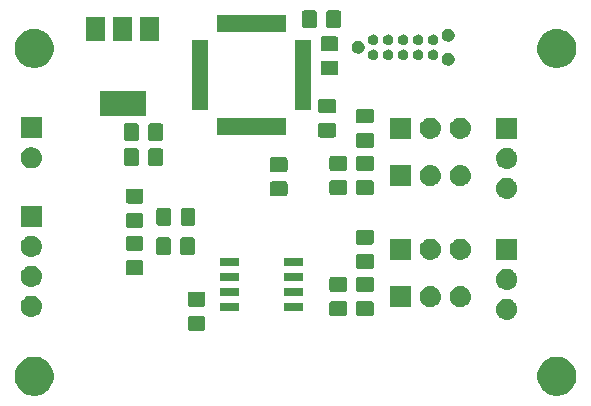
<source format=gts>
G04 #@! TF.GenerationSoftware,KiCad,Pcbnew,5.0.1+dfsg1-3*
G04 #@! TF.CreationDate,2019-03-17T20:51:20-04:00*
G04 #@! TF.ProjectId,controller,636F6E74726F6C6C65722E6B69636164,rev?*
G04 #@! TF.SameCoordinates,Original*
G04 #@! TF.FileFunction,Soldermask,Top*
G04 #@! TF.FilePolarity,Negative*
%FSLAX46Y46*%
G04 Gerber Fmt 4.6, Leading zero omitted, Abs format (unit mm)*
G04 Created by KiCad (PCBNEW 5.0.1+dfsg1-3) date Sun 17 Mar 2019 08:51:20 PM EDT*
%MOMM*%
%LPD*%
G01*
G04 APERTURE LIST*
%ADD10C,0.100000*%
G04 APERTURE END LIST*
D10*
G36*
X133125256Y-120641298D02*
X133231579Y-120662447D01*
X133532042Y-120786903D01*
X133798852Y-120965180D01*
X133802454Y-120967587D01*
X134032413Y-121197546D01*
X134213098Y-121467960D01*
X134337553Y-121768422D01*
X134401000Y-122087389D01*
X134401000Y-122412611D01*
X134337553Y-122731578D01*
X134213098Y-123032040D01*
X134032413Y-123302454D01*
X133802454Y-123532413D01*
X133802451Y-123532415D01*
X133532042Y-123713097D01*
X133231579Y-123837553D01*
X133125256Y-123858702D01*
X132912611Y-123901000D01*
X132587389Y-123901000D01*
X132374744Y-123858702D01*
X132268421Y-123837553D01*
X131967958Y-123713097D01*
X131697549Y-123532415D01*
X131697546Y-123532413D01*
X131467587Y-123302454D01*
X131286902Y-123032040D01*
X131162447Y-122731578D01*
X131099000Y-122412611D01*
X131099000Y-122087389D01*
X131162447Y-121768422D01*
X131286902Y-121467960D01*
X131467587Y-121197546D01*
X131697546Y-120967587D01*
X131701148Y-120965180D01*
X131967958Y-120786903D01*
X132268421Y-120662447D01*
X132374744Y-120641298D01*
X132587389Y-120599000D01*
X132912611Y-120599000D01*
X133125256Y-120641298D01*
X133125256Y-120641298D01*
G37*
G36*
X88875256Y-120641298D02*
X88981579Y-120662447D01*
X89282042Y-120786903D01*
X89548852Y-120965180D01*
X89552454Y-120967587D01*
X89782413Y-121197546D01*
X89963098Y-121467960D01*
X90087553Y-121768422D01*
X90151000Y-122087389D01*
X90151000Y-122412611D01*
X90087553Y-122731578D01*
X89963098Y-123032040D01*
X89782413Y-123302454D01*
X89552454Y-123532413D01*
X89552451Y-123532415D01*
X89282042Y-123713097D01*
X88981579Y-123837553D01*
X88875256Y-123858702D01*
X88662611Y-123901000D01*
X88337389Y-123901000D01*
X88124744Y-123858702D01*
X88018421Y-123837553D01*
X87717958Y-123713097D01*
X87447549Y-123532415D01*
X87447546Y-123532413D01*
X87217587Y-123302454D01*
X87036902Y-123032040D01*
X86912447Y-122731578D01*
X86849000Y-122412611D01*
X86849000Y-122087389D01*
X86912447Y-121768422D01*
X87036902Y-121467960D01*
X87217587Y-121197546D01*
X87447546Y-120967587D01*
X87451148Y-120965180D01*
X87717958Y-120786903D01*
X88018421Y-120662447D01*
X88124744Y-120641298D01*
X88337389Y-120599000D01*
X88662611Y-120599000D01*
X88875256Y-120641298D01*
X88875256Y-120641298D01*
G37*
G36*
X102838677Y-117153465D02*
X102876364Y-117164898D01*
X102911103Y-117183466D01*
X102941548Y-117208452D01*
X102966534Y-117238897D01*
X102985102Y-117273636D01*
X102996535Y-117311323D01*
X103001000Y-117356661D01*
X103001000Y-118193339D01*
X102996535Y-118238677D01*
X102985102Y-118276364D01*
X102966534Y-118311103D01*
X102941548Y-118341548D01*
X102911103Y-118366534D01*
X102876364Y-118385102D01*
X102838677Y-118396535D01*
X102793339Y-118401000D01*
X101706661Y-118401000D01*
X101661323Y-118396535D01*
X101623636Y-118385102D01*
X101588897Y-118366534D01*
X101558452Y-118341548D01*
X101533466Y-118311103D01*
X101514898Y-118276364D01*
X101503465Y-118238677D01*
X101499000Y-118193339D01*
X101499000Y-117356661D01*
X101503465Y-117311323D01*
X101514898Y-117273636D01*
X101533466Y-117238897D01*
X101558452Y-117208452D01*
X101588897Y-117183466D01*
X101623636Y-117164898D01*
X101661323Y-117153465D01*
X101706661Y-117149000D01*
X102793339Y-117149000D01*
X102838677Y-117153465D01*
X102838677Y-117153465D01*
G37*
G36*
X128610443Y-115685519D02*
X128676627Y-115692037D01*
X128789853Y-115726384D01*
X128846467Y-115743557D01*
X128985087Y-115817652D01*
X129002991Y-115827222D01*
X129026441Y-115846467D01*
X129140186Y-115939814D01*
X129208976Y-116023636D01*
X129252778Y-116077009D01*
X129252779Y-116077011D01*
X129336443Y-116233533D01*
X129336443Y-116233534D01*
X129387963Y-116403373D01*
X129405359Y-116580000D01*
X129387963Y-116756627D01*
X129364799Y-116832989D01*
X129336443Y-116926467D01*
X129283046Y-117026364D01*
X129252778Y-117082991D01*
X129245755Y-117091548D01*
X129140186Y-117220186D01*
X129038729Y-117303448D01*
X129002991Y-117332778D01*
X129002989Y-117332779D01*
X128846467Y-117416443D01*
X128789853Y-117433616D01*
X128676627Y-117467963D01*
X128610442Y-117474482D01*
X128544260Y-117481000D01*
X128455740Y-117481000D01*
X128389558Y-117474482D01*
X128323373Y-117467963D01*
X128210147Y-117433616D01*
X128153533Y-117416443D01*
X127997011Y-117332779D01*
X127997009Y-117332778D01*
X127961271Y-117303448D01*
X127859814Y-117220186D01*
X127754245Y-117091548D01*
X127747222Y-117082991D01*
X127716954Y-117026364D01*
X127663557Y-116926467D01*
X127635201Y-116832989D01*
X127612037Y-116756627D01*
X127594641Y-116580000D01*
X127612037Y-116403373D01*
X127663557Y-116233534D01*
X127663557Y-116233533D01*
X127747221Y-116077011D01*
X127747222Y-116077009D01*
X127791024Y-116023636D01*
X127859814Y-115939814D01*
X127973559Y-115846467D01*
X127997009Y-115827222D01*
X128014913Y-115817652D01*
X128153533Y-115743557D01*
X128210147Y-115726384D01*
X128323373Y-115692037D01*
X128389557Y-115685519D01*
X128455740Y-115679000D01*
X128544260Y-115679000D01*
X128610443Y-115685519D01*
X128610443Y-115685519D01*
G37*
G36*
X88360442Y-115435518D02*
X88426627Y-115442037D01*
X88539853Y-115476384D01*
X88596467Y-115493557D01*
X88735087Y-115567652D01*
X88752991Y-115577222D01*
X88788729Y-115606552D01*
X88890186Y-115689814D01*
X88973448Y-115791271D01*
X89002778Y-115827009D01*
X89002779Y-115827011D01*
X89086443Y-115983533D01*
X89086443Y-115983534D01*
X89137963Y-116153373D01*
X89155359Y-116330000D01*
X89137963Y-116506627D01*
X89103616Y-116619853D01*
X89086443Y-116676467D01*
X89043931Y-116756000D01*
X89002778Y-116832991D01*
X88973448Y-116868729D01*
X88890186Y-116970186D01*
X88788729Y-117053448D01*
X88752991Y-117082778D01*
X88736584Y-117091548D01*
X88596467Y-117166443D01*
X88540349Y-117183466D01*
X88426627Y-117217963D01*
X88360443Y-117224481D01*
X88294260Y-117231000D01*
X88205740Y-117231000D01*
X88139557Y-117224481D01*
X88073373Y-117217963D01*
X87959651Y-117183466D01*
X87903533Y-117166443D01*
X87763416Y-117091548D01*
X87747009Y-117082778D01*
X87711271Y-117053448D01*
X87609814Y-116970186D01*
X87526552Y-116868729D01*
X87497222Y-116832991D01*
X87456069Y-116756000D01*
X87413557Y-116676467D01*
X87396384Y-116619853D01*
X87362037Y-116506627D01*
X87344641Y-116330000D01*
X87362037Y-116153373D01*
X87413557Y-115983534D01*
X87413557Y-115983533D01*
X87497221Y-115827011D01*
X87497222Y-115827009D01*
X87526552Y-115791271D01*
X87609814Y-115689814D01*
X87711271Y-115606552D01*
X87747009Y-115577222D01*
X87764913Y-115567652D01*
X87903533Y-115493557D01*
X87960147Y-115476384D01*
X88073373Y-115442037D01*
X88139558Y-115435518D01*
X88205740Y-115429000D01*
X88294260Y-115429000D01*
X88360442Y-115435518D01*
X88360442Y-115435518D01*
G37*
G36*
X117088677Y-115903465D02*
X117126364Y-115914898D01*
X117161103Y-115933466D01*
X117191548Y-115958452D01*
X117216534Y-115988897D01*
X117235102Y-116023636D01*
X117246535Y-116061323D01*
X117251000Y-116106661D01*
X117251000Y-116943339D01*
X117246535Y-116988677D01*
X117235102Y-117026364D01*
X117216534Y-117061103D01*
X117191548Y-117091548D01*
X117161103Y-117116534D01*
X117126364Y-117135102D01*
X117088677Y-117146535D01*
X117043339Y-117151000D01*
X115956661Y-117151000D01*
X115911323Y-117146535D01*
X115873636Y-117135102D01*
X115838897Y-117116534D01*
X115808452Y-117091548D01*
X115783466Y-117061103D01*
X115764898Y-117026364D01*
X115753465Y-116988677D01*
X115749000Y-116943339D01*
X115749000Y-116106661D01*
X115753465Y-116061323D01*
X115764898Y-116023636D01*
X115783466Y-115988897D01*
X115808452Y-115958452D01*
X115838897Y-115933466D01*
X115873636Y-115914898D01*
X115911323Y-115903465D01*
X115956661Y-115899000D01*
X117043339Y-115899000D01*
X117088677Y-115903465D01*
X117088677Y-115903465D01*
G37*
G36*
X114838677Y-115903465D02*
X114876364Y-115914898D01*
X114911103Y-115933466D01*
X114941548Y-115958452D01*
X114966534Y-115988897D01*
X114985102Y-116023636D01*
X114996535Y-116061323D01*
X115001000Y-116106661D01*
X115001000Y-116943339D01*
X114996535Y-116988677D01*
X114985102Y-117026364D01*
X114966534Y-117061103D01*
X114941548Y-117091548D01*
X114911103Y-117116534D01*
X114876364Y-117135102D01*
X114838677Y-117146535D01*
X114793339Y-117151000D01*
X113706661Y-117151000D01*
X113661323Y-117146535D01*
X113623636Y-117135102D01*
X113588897Y-117116534D01*
X113558452Y-117091548D01*
X113533466Y-117061103D01*
X113514898Y-117026364D01*
X113503465Y-116988677D01*
X113499000Y-116943339D01*
X113499000Y-116106661D01*
X113503465Y-116061323D01*
X113514898Y-116023636D01*
X113533466Y-115988897D01*
X113558452Y-115958452D01*
X113588897Y-115933466D01*
X113623636Y-115914898D01*
X113661323Y-115903465D01*
X113706661Y-115899000D01*
X114793339Y-115899000D01*
X114838677Y-115903465D01*
X114838677Y-115903465D01*
G37*
G36*
X111276000Y-116756000D02*
X109624000Y-116756000D01*
X109624000Y-116054000D01*
X111276000Y-116054000D01*
X111276000Y-116756000D01*
X111276000Y-116756000D01*
G37*
G36*
X105876000Y-116756000D02*
X104224000Y-116756000D01*
X104224000Y-116054000D01*
X105876000Y-116054000D01*
X105876000Y-116756000D01*
X105876000Y-116756000D01*
G37*
G36*
X124690443Y-114605519D02*
X124756627Y-114612037D01*
X124869853Y-114646384D01*
X124926467Y-114663557D01*
X124977808Y-114691000D01*
X125082991Y-114747222D01*
X125118729Y-114776552D01*
X125220186Y-114859814D01*
X125303448Y-114961271D01*
X125332778Y-114997009D01*
X125332779Y-114997011D01*
X125416443Y-115153533D01*
X125427170Y-115188897D01*
X125467963Y-115323373D01*
X125485359Y-115500000D01*
X125467963Y-115676627D01*
X125463962Y-115689815D01*
X125416443Y-115846467D01*
X125379865Y-115914898D01*
X125332778Y-116002991D01*
X125318850Y-116019962D01*
X125220186Y-116140186D01*
X125118729Y-116223448D01*
X125082991Y-116252778D01*
X125082989Y-116252779D01*
X124926467Y-116336443D01*
X124895719Y-116345770D01*
X124756627Y-116387963D01*
X124690443Y-116394481D01*
X124624260Y-116401000D01*
X124535740Y-116401000D01*
X124469557Y-116394481D01*
X124403373Y-116387963D01*
X124264281Y-116345770D01*
X124233533Y-116336443D01*
X124077011Y-116252779D01*
X124077009Y-116252778D01*
X124041271Y-116223448D01*
X123939814Y-116140186D01*
X123841150Y-116019962D01*
X123827222Y-116002991D01*
X123780135Y-115914898D01*
X123743557Y-115846467D01*
X123696038Y-115689815D01*
X123692037Y-115676627D01*
X123674641Y-115500000D01*
X123692037Y-115323373D01*
X123732830Y-115188897D01*
X123743557Y-115153533D01*
X123827221Y-114997011D01*
X123827222Y-114997009D01*
X123856552Y-114961271D01*
X123939814Y-114859814D01*
X124041271Y-114776552D01*
X124077009Y-114747222D01*
X124182192Y-114691000D01*
X124233533Y-114663557D01*
X124290147Y-114646384D01*
X124403373Y-114612037D01*
X124469557Y-114605519D01*
X124535740Y-114599000D01*
X124624260Y-114599000D01*
X124690443Y-114605519D01*
X124690443Y-114605519D01*
G37*
G36*
X120401000Y-116401000D02*
X118599000Y-116401000D01*
X118599000Y-114599000D01*
X120401000Y-114599000D01*
X120401000Y-116401000D01*
X120401000Y-116401000D01*
G37*
G36*
X122150443Y-114605519D02*
X122216627Y-114612037D01*
X122329853Y-114646384D01*
X122386467Y-114663557D01*
X122437808Y-114691000D01*
X122542991Y-114747222D01*
X122578729Y-114776552D01*
X122680186Y-114859814D01*
X122763448Y-114961271D01*
X122792778Y-114997009D01*
X122792779Y-114997011D01*
X122876443Y-115153533D01*
X122887170Y-115188897D01*
X122927963Y-115323373D01*
X122945359Y-115500000D01*
X122927963Y-115676627D01*
X122923962Y-115689815D01*
X122876443Y-115846467D01*
X122839865Y-115914898D01*
X122792778Y-116002991D01*
X122778850Y-116019962D01*
X122680186Y-116140186D01*
X122578729Y-116223448D01*
X122542991Y-116252778D01*
X122542989Y-116252779D01*
X122386467Y-116336443D01*
X122355719Y-116345770D01*
X122216627Y-116387963D01*
X122150443Y-116394481D01*
X122084260Y-116401000D01*
X121995740Y-116401000D01*
X121929557Y-116394481D01*
X121863373Y-116387963D01*
X121724281Y-116345770D01*
X121693533Y-116336443D01*
X121537011Y-116252779D01*
X121537009Y-116252778D01*
X121501271Y-116223448D01*
X121399814Y-116140186D01*
X121301150Y-116019962D01*
X121287222Y-116002991D01*
X121240135Y-115914898D01*
X121203557Y-115846467D01*
X121156038Y-115689815D01*
X121152037Y-115676627D01*
X121134641Y-115500000D01*
X121152037Y-115323373D01*
X121192830Y-115188897D01*
X121203557Y-115153533D01*
X121287221Y-114997011D01*
X121287222Y-114997009D01*
X121316552Y-114961271D01*
X121399814Y-114859814D01*
X121501271Y-114776552D01*
X121537009Y-114747222D01*
X121642192Y-114691000D01*
X121693533Y-114663557D01*
X121750147Y-114646384D01*
X121863373Y-114612037D01*
X121929557Y-114605519D01*
X121995740Y-114599000D01*
X122084260Y-114599000D01*
X122150443Y-114605519D01*
X122150443Y-114605519D01*
G37*
G36*
X102838677Y-115103465D02*
X102876364Y-115114898D01*
X102911103Y-115133466D01*
X102941548Y-115158452D01*
X102966534Y-115188897D01*
X102985102Y-115223636D01*
X102996535Y-115261323D01*
X103001000Y-115306661D01*
X103001000Y-116143339D01*
X102996535Y-116188677D01*
X102985102Y-116226364D01*
X102966534Y-116261103D01*
X102941548Y-116291548D01*
X102911103Y-116316534D01*
X102876364Y-116335102D01*
X102838677Y-116346535D01*
X102793339Y-116351000D01*
X101706661Y-116351000D01*
X101661323Y-116346535D01*
X101623636Y-116335102D01*
X101588897Y-116316534D01*
X101558452Y-116291548D01*
X101533466Y-116261103D01*
X101514898Y-116226364D01*
X101503465Y-116188677D01*
X101499000Y-116143339D01*
X101499000Y-115306661D01*
X101503465Y-115261323D01*
X101514898Y-115223636D01*
X101533466Y-115188897D01*
X101558452Y-115158452D01*
X101588897Y-115133466D01*
X101623636Y-115114898D01*
X101661323Y-115103465D01*
X101706661Y-115099000D01*
X102793339Y-115099000D01*
X102838677Y-115103465D01*
X102838677Y-115103465D01*
G37*
G36*
X111276000Y-115486000D02*
X109624000Y-115486000D01*
X109624000Y-114784000D01*
X111276000Y-114784000D01*
X111276000Y-115486000D01*
X111276000Y-115486000D01*
G37*
G36*
X105876000Y-115486000D02*
X104224000Y-115486000D01*
X104224000Y-114784000D01*
X105876000Y-114784000D01*
X105876000Y-115486000D01*
X105876000Y-115486000D01*
G37*
G36*
X117088677Y-113853465D02*
X117126364Y-113864898D01*
X117161103Y-113883466D01*
X117191548Y-113908452D01*
X117216534Y-113938897D01*
X117235102Y-113973636D01*
X117246535Y-114011323D01*
X117251000Y-114056661D01*
X117251000Y-114893339D01*
X117246535Y-114938677D01*
X117235102Y-114976364D01*
X117216534Y-115011103D01*
X117191548Y-115041548D01*
X117161103Y-115066534D01*
X117126364Y-115085102D01*
X117088677Y-115096535D01*
X117043339Y-115101000D01*
X115956661Y-115101000D01*
X115911323Y-115096535D01*
X115873636Y-115085102D01*
X115838897Y-115066534D01*
X115808452Y-115041548D01*
X115783466Y-115011103D01*
X115764898Y-114976364D01*
X115753465Y-114938677D01*
X115749000Y-114893339D01*
X115749000Y-114056661D01*
X115753465Y-114011323D01*
X115764898Y-113973636D01*
X115783466Y-113938897D01*
X115808452Y-113908452D01*
X115838897Y-113883466D01*
X115873636Y-113864898D01*
X115911323Y-113853465D01*
X115956661Y-113849000D01*
X117043339Y-113849000D01*
X117088677Y-113853465D01*
X117088677Y-113853465D01*
G37*
G36*
X114838677Y-113853465D02*
X114876364Y-113864898D01*
X114911103Y-113883466D01*
X114941548Y-113908452D01*
X114966534Y-113938897D01*
X114985102Y-113973636D01*
X114996535Y-114011323D01*
X115001000Y-114056661D01*
X115001000Y-114893339D01*
X114996535Y-114938677D01*
X114985102Y-114976364D01*
X114966534Y-115011103D01*
X114941548Y-115041548D01*
X114911103Y-115066534D01*
X114876364Y-115085102D01*
X114838677Y-115096535D01*
X114793339Y-115101000D01*
X113706661Y-115101000D01*
X113661323Y-115096535D01*
X113623636Y-115085102D01*
X113588897Y-115066534D01*
X113558452Y-115041548D01*
X113533466Y-115011103D01*
X113514898Y-114976364D01*
X113503465Y-114938677D01*
X113499000Y-114893339D01*
X113499000Y-114056661D01*
X113503465Y-114011323D01*
X113514898Y-113973636D01*
X113533466Y-113938897D01*
X113558452Y-113908452D01*
X113588897Y-113883466D01*
X113623636Y-113864898D01*
X113661323Y-113853465D01*
X113706661Y-113849000D01*
X114793339Y-113849000D01*
X114838677Y-113853465D01*
X114838677Y-113853465D01*
G37*
G36*
X128610442Y-113145518D02*
X128676627Y-113152037D01*
X128789853Y-113186384D01*
X128846467Y-113203557D01*
X128985087Y-113277652D01*
X129002991Y-113287222D01*
X129038729Y-113316552D01*
X129140186Y-113399814D01*
X129196422Y-113468339D01*
X129252778Y-113537009D01*
X129252779Y-113537011D01*
X129336443Y-113693533D01*
X129336443Y-113693534D01*
X129387963Y-113863373D01*
X129405359Y-114040000D01*
X129387963Y-114216627D01*
X129364799Y-114292989D01*
X129336443Y-114386467D01*
X129313075Y-114430185D01*
X129252778Y-114542991D01*
X129223448Y-114578729D01*
X129140186Y-114680186D01*
X129058502Y-114747221D01*
X129002991Y-114792778D01*
X129002989Y-114792779D01*
X128846467Y-114876443D01*
X128790767Y-114893339D01*
X128676627Y-114927963D01*
X128625657Y-114932983D01*
X128544260Y-114941000D01*
X128455740Y-114941000D01*
X128374343Y-114932983D01*
X128323373Y-114927963D01*
X128209233Y-114893339D01*
X128153533Y-114876443D01*
X127997011Y-114792779D01*
X127997009Y-114792778D01*
X127941498Y-114747221D01*
X127859814Y-114680186D01*
X127776552Y-114578729D01*
X127747222Y-114542991D01*
X127686925Y-114430185D01*
X127663557Y-114386467D01*
X127635201Y-114292989D01*
X127612037Y-114216627D01*
X127594641Y-114040000D01*
X127612037Y-113863373D01*
X127663557Y-113693534D01*
X127663557Y-113693533D01*
X127747221Y-113537011D01*
X127747222Y-113537009D01*
X127803578Y-113468339D01*
X127859814Y-113399814D01*
X127961271Y-113316552D01*
X127997009Y-113287222D01*
X128014913Y-113277652D01*
X128153533Y-113203557D01*
X128210147Y-113186384D01*
X128323373Y-113152037D01*
X128389558Y-113145518D01*
X128455740Y-113139000D01*
X128544260Y-113139000D01*
X128610442Y-113145518D01*
X128610442Y-113145518D01*
G37*
G36*
X88360442Y-112895518D02*
X88426627Y-112902037D01*
X88539853Y-112936384D01*
X88596467Y-112953557D01*
X88732677Y-113026364D01*
X88752991Y-113037222D01*
X88782090Y-113061103D01*
X88890186Y-113149814D01*
X88973448Y-113251271D01*
X89002778Y-113287009D01*
X89002779Y-113287011D01*
X89086443Y-113443533D01*
X89086443Y-113443534D01*
X89137963Y-113613373D01*
X89155359Y-113790000D01*
X89137963Y-113966627D01*
X89107189Y-114068075D01*
X89086443Y-114136467D01*
X89043931Y-114216000D01*
X89002778Y-114292991D01*
X88973448Y-114328729D01*
X88890186Y-114430186D01*
X88788729Y-114513448D01*
X88752991Y-114542778D01*
X88735087Y-114552348D01*
X88596467Y-114626443D01*
X88539853Y-114643616D01*
X88426627Y-114677963D01*
X88360442Y-114684482D01*
X88294260Y-114691000D01*
X88205740Y-114691000D01*
X88139558Y-114684482D01*
X88073373Y-114677963D01*
X87960147Y-114643616D01*
X87903533Y-114626443D01*
X87764913Y-114552348D01*
X87747009Y-114542778D01*
X87711271Y-114513448D01*
X87609814Y-114430186D01*
X87526552Y-114328729D01*
X87497222Y-114292991D01*
X87456069Y-114216000D01*
X87413557Y-114136467D01*
X87392811Y-114068075D01*
X87362037Y-113966627D01*
X87344641Y-113790000D01*
X87362037Y-113613373D01*
X87413557Y-113443534D01*
X87413557Y-113443533D01*
X87497221Y-113287011D01*
X87497222Y-113287009D01*
X87526552Y-113251271D01*
X87609814Y-113149814D01*
X87717910Y-113061103D01*
X87747009Y-113037222D01*
X87767323Y-113026364D01*
X87903533Y-112953557D01*
X87960147Y-112936384D01*
X88073373Y-112902037D01*
X88139558Y-112895518D01*
X88205740Y-112889000D01*
X88294260Y-112889000D01*
X88360442Y-112895518D01*
X88360442Y-112895518D01*
G37*
G36*
X111276000Y-114216000D02*
X109624000Y-114216000D01*
X109624000Y-113514000D01*
X111276000Y-113514000D01*
X111276000Y-114216000D01*
X111276000Y-114216000D01*
G37*
G36*
X105876000Y-114216000D02*
X104224000Y-114216000D01*
X104224000Y-113514000D01*
X105876000Y-113514000D01*
X105876000Y-114216000D01*
X105876000Y-114216000D01*
G37*
G36*
X97588677Y-112428465D02*
X97626364Y-112439898D01*
X97661103Y-112458466D01*
X97691548Y-112483452D01*
X97716534Y-112513897D01*
X97735102Y-112548636D01*
X97746535Y-112586323D01*
X97751000Y-112631661D01*
X97751000Y-113468339D01*
X97746535Y-113513677D01*
X97735102Y-113551364D01*
X97716534Y-113586103D01*
X97691548Y-113616548D01*
X97661103Y-113641534D01*
X97626364Y-113660102D01*
X97588677Y-113671535D01*
X97543339Y-113676000D01*
X96456661Y-113676000D01*
X96411323Y-113671535D01*
X96373636Y-113660102D01*
X96338897Y-113641534D01*
X96308452Y-113616548D01*
X96283466Y-113586103D01*
X96264898Y-113551364D01*
X96253465Y-113513677D01*
X96249000Y-113468339D01*
X96249000Y-112631661D01*
X96253465Y-112586323D01*
X96264898Y-112548636D01*
X96283466Y-112513897D01*
X96308452Y-112483452D01*
X96338897Y-112458466D01*
X96373636Y-112439898D01*
X96411323Y-112428465D01*
X96456661Y-112424000D01*
X97543339Y-112424000D01*
X97588677Y-112428465D01*
X97588677Y-112428465D01*
G37*
G36*
X117088677Y-111903465D02*
X117126364Y-111914898D01*
X117161103Y-111933466D01*
X117191548Y-111958452D01*
X117216534Y-111988897D01*
X117235102Y-112023636D01*
X117246535Y-112061323D01*
X117251000Y-112106661D01*
X117251000Y-112943339D01*
X117246535Y-112988677D01*
X117235102Y-113026364D01*
X117216534Y-113061103D01*
X117191548Y-113091548D01*
X117161103Y-113116534D01*
X117126364Y-113135102D01*
X117088677Y-113146535D01*
X117043339Y-113151000D01*
X115956661Y-113151000D01*
X115911323Y-113146535D01*
X115873636Y-113135102D01*
X115838897Y-113116534D01*
X115808452Y-113091548D01*
X115783466Y-113061103D01*
X115764898Y-113026364D01*
X115753465Y-112988677D01*
X115749000Y-112943339D01*
X115749000Y-112106661D01*
X115753465Y-112061323D01*
X115764898Y-112023636D01*
X115783466Y-111988897D01*
X115808452Y-111958452D01*
X115838897Y-111933466D01*
X115873636Y-111914898D01*
X115911323Y-111903465D01*
X115956661Y-111899000D01*
X117043339Y-111899000D01*
X117088677Y-111903465D01*
X117088677Y-111903465D01*
G37*
G36*
X105876000Y-112946000D02*
X104224000Y-112946000D01*
X104224000Y-112244000D01*
X105876000Y-112244000D01*
X105876000Y-112946000D01*
X105876000Y-112946000D01*
G37*
G36*
X111276000Y-112946000D02*
X109624000Y-112946000D01*
X109624000Y-112244000D01*
X111276000Y-112244000D01*
X111276000Y-112946000D01*
X111276000Y-112946000D01*
G37*
G36*
X129401000Y-112401000D02*
X127599000Y-112401000D01*
X127599000Y-110599000D01*
X129401000Y-110599000D01*
X129401000Y-112401000D01*
X129401000Y-112401000D01*
G37*
G36*
X124690443Y-110605519D02*
X124756627Y-110612037D01*
X124869159Y-110646173D01*
X124926467Y-110663557D01*
X125028461Y-110718075D01*
X125082991Y-110747222D01*
X125112175Y-110771173D01*
X125220186Y-110859814D01*
X125280233Y-110932983D01*
X125332778Y-110997009D01*
X125332779Y-110997011D01*
X125416443Y-111153533D01*
X125416443Y-111153534D01*
X125467963Y-111323373D01*
X125485359Y-111500000D01*
X125467963Y-111676627D01*
X125452128Y-111728827D01*
X125416443Y-111846467D01*
X125381894Y-111911103D01*
X125332778Y-112002991D01*
X125318850Y-112019962D01*
X125220186Y-112140186D01*
X125118729Y-112223448D01*
X125082991Y-112252778D01*
X125082989Y-112252779D01*
X124926467Y-112336443D01*
X124869853Y-112353616D01*
X124756627Y-112387963D01*
X124690443Y-112394481D01*
X124624260Y-112401000D01*
X124535740Y-112401000D01*
X124469557Y-112394481D01*
X124403373Y-112387963D01*
X124290147Y-112353616D01*
X124233533Y-112336443D01*
X124077011Y-112252779D01*
X124077009Y-112252778D01*
X124041271Y-112223448D01*
X123939814Y-112140186D01*
X123841150Y-112019962D01*
X123827222Y-112002991D01*
X123778106Y-111911103D01*
X123743557Y-111846467D01*
X123707872Y-111728827D01*
X123692037Y-111676627D01*
X123674641Y-111500000D01*
X123692037Y-111323373D01*
X123743557Y-111153534D01*
X123743557Y-111153533D01*
X123827221Y-110997011D01*
X123827222Y-110997009D01*
X123879767Y-110932983D01*
X123939814Y-110859814D01*
X124047825Y-110771173D01*
X124077009Y-110747222D01*
X124131539Y-110718075D01*
X124233533Y-110663557D01*
X124290841Y-110646173D01*
X124403373Y-110612037D01*
X124469557Y-110605519D01*
X124535740Y-110599000D01*
X124624260Y-110599000D01*
X124690443Y-110605519D01*
X124690443Y-110605519D01*
G37*
G36*
X122150443Y-110605519D02*
X122216627Y-110612037D01*
X122329159Y-110646173D01*
X122386467Y-110663557D01*
X122488461Y-110718075D01*
X122542991Y-110747222D01*
X122572175Y-110771173D01*
X122680186Y-110859814D01*
X122740233Y-110932983D01*
X122792778Y-110997009D01*
X122792779Y-110997011D01*
X122876443Y-111153533D01*
X122876443Y-111153534D01*
X122927963Y-111323373D01*
X122945359Y-111500000D01*
X122927963Y-111676627D01*
X122912128Y-111728827D01*
X122876443Y-111846467D01*
X122841894Y-111911103D01*
X122792778Y-112002991D01*
X122778850Y-112019962D01*
X122680186Y-112140186D01*
X122578729Y-112223448D01*
X122542991Y-112252778D01*
X122542989Y-112252779D01*
X122386467Y-112336443D01*
X122329853Y-112353616D01*
X122216627Y-112387963D01*
X122150443Y-112394481D01*
X122084260Y-112401000D01*
X121995740Y-112401000D01*
X121929557Y-112394481D01*
X121863373Y-112387963D01*
X121750147Y-112353616D01*
X121693533Y-112336443D01*
X121537011Y-112252779D01*
X121537009Y-112252778D01*
X121501271Y-112223448D01*
X121399814Y-112140186D01*
X121301150Y-112019962D01*
X121287222Y-112002991D01*
X121238106Y-111911103D01*
X121203557Y-111846467D01*
X121167872Y-111728827D01*
X121152037Y-111676627D01*
X121134641Y-111500000D01*
X121152037Y-111323373D01*
X121203557Y-111153534D01*
X121203557Y-111153533D01*
X121287221Y-110997011D01*
X121287222Y-110997009D01*
X121339767Y-110932983D01*
X121399814Y-110859814D01*
X121507825Y-110771173D01*
X121537009Y-110747222D01*
X121591539Y-110718075D01*
X121693533Y-110663557D01*
X121750841Y-110646173D01*
X121863373Y-110612037D01*
X121929557Y-110605519D01*
X121995740Y-110599000D01*
X122084260Y-110599000D01*
X122150443Y-110605519D01*
X122150443Y-110605519D01*
G37*
G36*
X120401000Y-112401000D02*
X118599000Y-112401000D01*
X118599000Y-110599000D01*
X120401000Y-110599000D01*
X120401000Y-112401000D01*
X120401000Y-112401000D01*
G37*
G36*
X88360443Y-110355519D02*
X88426627Y-110362037D01*
X88534362Y-110394718D01*
X88596467Y-110413557D01*
X88690645Y-110463897D01*
X88752991Y-110497222D01*
X88761530Y-110504230D01*
X88890186Y-110609814D01*
X88969665Y-110706661D01*
X89002778Y-110747009D01*
X89002779Y-110747011D01*
X89086443Y-110903533D01*
X89103616Y-110960147D01*
X89137963Y-111073373D01*
X89155359Y-111250000D01*
X89137963Y-111426627D01*
X89115292Y-111501364D01*
X89086443Y-111596467D01*
X89070657Y-111626000D01*
X89002778Y-111752991D01*
X88979032Y-111781925D01*
X88890186Y-111890186D01*
X88811049Y-111955131D01*
X88752991Y-112002778D01*
X88735087Y-112012348D01*
X88596467Y-112086443D01*
X88539853Y-112103616D01*
X88426627Y-112137963D01*
X88360442Y-112144482D01*
X88294260Y-112151000D01*
X88205740Y-112151000D01*
X88139558Y-112144482D01*
X88073373Y-112137963D01*
X87960147Y-112103616D01*
X87903533Y-112086443D01*
X87764913Y-112012348D01*
X87747009Y-112002778D01*
X87688951Y-111955131D01*
X87609814Y-111890186D01*
X87520968Y-111781925D01*
X87497222Y-111752991D01*
X87429343Y-111626000D01*
X87413557Y-111596467D01*
X87384708Y-111501364D01*
X87362037Y-111426627D01*
X87344641Y-111250000D01*
X87362037Y-111073373D01*
X87396384Y-110960147D01*
X87413557Y-110903533D01*
X87497221Y-110747011D01*
X87497222Y-110747009D01*
X87530335Y-110706661D01*
X87609814Y-110609814D01*
X87738470Y-110504230D01*
X87747009Y-110497222D01*
X87809355Y-110463897D01*
X87903533Y-110413557D01*
X87965638Y-110394718D01*
X88073373Y-110362037D01*
X88139557Y-110355519D01*
X88205740Y-110349000D01*
X88294260Y-110349000D01*
X88360443Y-110355519D01*
X88360443Y-110355519D01*
G37*
G36*
X99913677Y-110503465D02*
X99951364Y-110514898D01*
X99986103Y-110533466D01*
X100016548Y-110558452D01*
X100041534Y-110588897D01*
X100060102Y-110623636D01*
X100071535Y-110661323D01*
X100076000Y-110706661D01*
X100076000Y-111793339D01*
X100071535Y-111838677D01*
X100060102Y-111876364D01*
X100041534Y-111911103D01*
X100016548Y-111941548D01*
X99986103Y-111966534D01*
X99951364Y-111985102D01*
X99913677Y-111996535D01*
X99868339Y-112001000D01*
X99031661Y-112001000D01*
X98986323Y-111996535D01*
X98948636Y-111985102D01*
X98913897Y-111966534D01*
X98883452Y-111941548D01*
X98858466Y-111911103D01*
X98839898Y-111876364D01*
X98828465Y-111838677D01*
X98824000Y-111793339D01*
X98824000Y-110706661D01*
X98828465Y-110661323D01*
X98839898Y-110623636D01*
X98858466Y-110588897D01*
X98883452Y-110558452D01*
X98913897Y-110533466D01*
X98948636Y-110514898D01*
X98986323Y-110503465D01*
X99031661Y-110499000D01*
X99868339Y-110499000D01*
X99913677Y-110503465D01*
X99913677Y-110503465D01*
G37*
G36*
X101963677Y-110503465D02*
X102001364Y-110514898D01*
X102036103Y-110533466D01*
X102066548Y-110558452D01*
X102091534Y-110588897D01*
X102110102Y-110623636D01*
X102121535Y-110661323D01*
X102126000Y-110706661D01*
X102126000Y-111793339D01*
X102121535Y-111838677D01*
X102110102Y-111876364D01*
X102091534Y-111911103D01*
X102066548Y-111941548D01*
X102036103Y-111966534D01*
X102001364Y-111985102D01*
X101963677Y-111996535D01*
X101918339Y-112001000D01*
X101081661Y-112001000D01*
X101036323Y-111996535D01*
X100998636Y-111985102D01*
X100963897Y-111966534D01*
X100933452Y-111941548D01*
X100908466Y-111911103D01*
X100889898Y-111876364D01*
X100878465Y-111838677D01*
X100874000Y-111793339D01*
X100874000Y-110706661D01*
X100878465Y-110661323D01*
X100889898Y-110623636D01*
X100908466Y-110588897D01*
X100933452Y-110558452D01*
X100963897Y-110533466D01*
X100998636Y-110514898D01*
X101036323Y-110503465D01*
X101081661Y-110499000D01*
X101918339Y-110499000D01*
X101963677Y-110503465D01*
X101963677Y-110503465D01*
G37*
G36*
X97588677Y-110378465D02*
X97626364Y-110389898D01*
X97661103Y-110408466D01*
X97691548Y-110433452D01*
X97716534Y-110463897D01*
X97735102Y-110498636D01*
X97746535Y-110536323D01*
X97751000Y-110581661D01*
X97751000Y-111418339D01*
X97746535Y-111463677D01*
X97735102Y-111501364D01*
X97716534Y-111536103D01*
X97691548Y-111566548D01*
X97661103Y-111591534D01*
X97626364Y-111610102D01*
X97588677Y-111621535D01*
X97543339Y-111626000D01*
X96456661Y-111626000D01*
X96411323Y-111621535D01*
X96373636Y-111610102D01*
X96338897Y-111591534D01*
X96308452Y-111566548D01*
X96283466Y-111536103D01*
X96264898Y-111501364D01*
X96253465Y-111463677D01*
X96249000Y-111418339D01*
X96249000Y-110581661D01*
X96253465Y-110536323D01*
X96264898Y-110498636D01*
X96283466Y-110463897D01*
X96308452Y-110433452D01*
X96338897Y-110408466D01*
X96373636Y-110389898D01*
X96411323Y-110378465D01*
X96456661Y-110374000D01*
X97543339Y-110374000D01*
X97588677Y-110378465D01*
X97588677Y-110378465D01*
G37*
G36*
X117088677Y-109853465D02*
X117126364Y-109864898D01*
X117161103Y-109883466D01*
X117191548Y-109908452D01*
X117216534Y-109938897D01*
X117235102Y-109973636D01*
X117246535Y-110011323D01*
X117251000Y-110056661D01*
X117251000Y-110893339D01*
X117246535Y-110938677D01*
X117235102Y-110976364D01*
X117216534Y-111011103D01*
X117191548Y-111041548D01*
X117161103Y-111066534D01*
X117126364Y-111085102D01*
X117088677Y-111096535D01*
X117043339Y-111101000D01*
X115956661Y-111101000D01*
X115911323Y-111096535D01*
X115873636Y-111085102D01*
X115838897Y-111066534D01*
X115808452Y-111041548D01*
X115783466Y-111011103D01*
X115764898Y-110976364D01*
X115753465Y-110938677D01*
X115749000Y-110893339D01*
X115749000Y-110056661D01*
X115753465Y-110011323D01*
X115764898Y-109973636D01*
X115783466Y-109938897D01*
X115808452Y-109908452D01*
X115838897Y-109883466D01*
X115873636Y-109864898D01*
X115911323Y-109853465D01*
X115956661Y-109849000D01*
X117043339Y-109849000D01*
X117088677Y-109853465D01*
X117088677Y-109853465D01*
G37*
G36*
X97588677Y-108428465D02*
X97626364Y-108439898D01*
X97661103Y-108458466D01*
X97691548Y-108483452D01*
X97716534Y-108513897D01*
X97735102Y-108548636D01*
X97746535Y-108586323D01*
X97751000Y-108631661D01*
X97751000Y-109468339D01*
X97746535Y-109513677D01*
X97735102Y-109551364D01*
X97716534Y-109586103D01*
X97691548Y-109616548D01*
X97661103Y-109641534D01*
X97626364Y-109660102D01*
X97588677Y-109671535D01*
X97543339Y-109676000D01*
X96456661Y-109676000D01*
X96411323Y-109671535D01*
X96373636Y-109660102D01*
X96338897Y-109641534D01*
X96308452Y-109616548D01*
X96283466Y-109586103D01*
X96264898Y-109551364D01*
X96253465Y-109513677D01*
X96249000Y-109468339D01*
X96249000Y-108631661D01*
X96253465Y-108586323D01*
X96264898Y-108548636D01*
X96283466Y-108513897D01*
X96308452Y-108483452D01*
X96338897Y-108458466D01*
X96373636Y-108439898D01*
X96411323Y-108428465D01*
X96456661Y-108424000D01*
X97543339Y-108424000D01*
X97588677Y-108428465D01*
X97588677Y-108428465D01*
G37*
G36*
X89151000Y-109611000D02*
X87349000Y-109611000D01*
X87349000Y-107809000D01*
X89151000Y-107809000D01*
X89151000Y-109611000D01*
X89151000Y-109611000D01*
G37*
G36*
X99938677Y-108003465D02*
X99976364Y-108014898D01*
X100011103Y-108033466D01*
X100041548Y-108058452D01*
X100066534Y-108088897D01*
X100085102Y-108123636D01*
X100096535Y-108161323D01*
X100101000Y-108206661D01*
X100101000Y-109293339D01*
X100096535Y-109338677D01*
X100085102Y-109376364D01*
X100066534Y-109411103D01*
X100041548Y-109441548D01*
X100011103Y-109466534D01*
X99976364Y-109485102D01*
X99938677Y-109496535D01*
X99893339Y-109501000D01*
X99056661Y-109501000D01*
X99011323Y-109496535D01*
X98973636Y-109485102D01*
X98938897Y-109466534D01*
X98908452Y-109441548D01*
X98883466Y-109411103D01*
X98864898Y-109376364D01*
X98853465Y-109338677D01*
X98849000Y-109293339D01*
X98849000Y-108206661D01*
X98853465Y-108161323D01*
X98864898Y-108123636D01*
X98883466Y-108088897D01*
X98908452Y-108058452D01*
X98938897Y-108033466D01*
X98973636Y-108014898D01*
X99011323Y-108003465D01*
X99056661Y-107999000D01*
X99893339Y-107999000D01*
X99938677Y-108003465D01*
X99938677Y-108003465D01*
G37*
G36*
X101988677Y-108003465D02*
X102026364Y-108014898D01*
X102061103Y-108033466D01*
X102091548Y-108058452D01*
X102116534Y-108088897D01*
X102135102Y-108123636D01*
X102146535Y-108161323D01*
X102151000Y-108206661D01*
X102151000Y-109293339D01*
X102146535Y-109338677D01*
X102135102Y-109376364D01*
X102116534Y-109411103D01*
X102091548Y-109441548D01*
X102061103Y-109466534D01*
X102026364Y-109485102D01*
X101988677Y-109496535D01*
X101943339Y-109501000D01*
X101106661Y-109501000D01*
X101061323Y-109496535D01*
X101023636Y-109485102D01*
X100988897Y-109466534D01*
X100958452Y-109441548D01*
X100933466Y-109411103D01*
X100914898Y-109376364D01*
X100903465Y-109338677D01*
X100899000Y-109293339D01*
X100899000Y-108206661D01*
X100903465Y-108161323D01*
X100914898Y-108123636D01*
X100933466Y-108088897D01*
X100958452Y-108058452D01*
X100988897Y-108033466D01*
X101023636Y-108014898D01*
X101061323Y-108003465D01*
X101106661Y-107999000D01*
X101943339Y-107999000D01*
X101988677Y-108003465D01*
X101988677Y-108003465D01*
G37*
G36*
X97588677Y-106378465D02*
X97626364Y-106389898D01*
X97661103Y-106408466D01*
X97691548Y-106433452D01*
X97716534Y-106463897D01*
X97735102Y-106498636D01*
X97746535Y-106536323D01*
X97751000Y-106581661D01*
X97751000Y-107418339D01*
X97746535Y-107463677D01*
X97735102Y-107501364D01*
X97716534Y-107536103D01*
X97691548Y-107566548D01*
X97661103Y-107591534D01*
X97626364Y-107610102D01*
X97588677Y-107621535D01*
X97543339Y-107626000D01*
X96456661Y-107626000D01*
X96411323Y-107621535D01*
X96373636Y-107610102D01*
X96338897Y-107591534D01*
X96308452Y-107566548D01*
X96283466Y-107536103D01*
X96264898Y-107501364D01*
X96253465Y-107463677D01*
X96249000Y-107418339D01*
X96249000Y-106581661D01*
X96253465Y-106536323D01*
X96264898Y-106498636D01*
X96283466Y-106463897D01*
X96308452Y-106433452D01*
X96338897Y-106408466D01*
X96373636Y-106389898D01*
X96411323Y-106378465D01*
X96456661Y-106374000D01*
X97543339Y-106374000D01*
X97588677Y-106378465D01*
X97588677Y-106378465D01*
G37*
G36*
X128610443Y-105435519D02*
X128676627Y-105442037D01*
X128789853Y-105476384D01*
X128846467Y-105493557D01*
X128985087Y-105567652D01*
X129002991Y-105577222D01*
X129026441Y-105596467D01*
X129140186Y-105689814D01*
X129208976Y-105773636D01*
X129252778Y-105827009D01*
X129252779Y-105827011D01*
X129336443Y-105983533D01*
X129336443Y-105983534D01*
X129387963Y-106153373D01*
X129405359Y-106330000D01*
X129387963Y-106506627D01*
X129365202Y-106581661D01*
X129336443Y-106676467D01*
X129283046Y-106776364D01*
X129252778Y-106832991D01*
X129245755Y-106841548D01*
X129140186Y-106970186D01*
X129038729Y-107053448D01*
X129002991Y-107082778D01*
X129002989Y-107082779D01*
X128846467Y-107166443D01*
X128789853Y-107183616D01*
X128676627Y-107217963D01*
X128610443Y-107224481D01*
X128544260Y-107231000D01*
X128455740Y-107231000D01*
X128389557Y-107224481D01*
X128323373Y-107217963D01*
X128210147Y-107183616D01*
X128153533Y-107166443D01*
X127997011Y-107082779D01*
X127997009Y-107082778D01*
X127961271Y-107053448D01*
X127859814Y-106970186D01*
X127754245Y-106841548D01*
X127747222Y-106832991D01*
X127716954Y-106776364D01*
X127663557Y-106676467D01*
X127634798Y-106581661D01*
X127612037Y-106506627D01*
X127594641Y-106330000D01*
X127612037Y-106153373D01*
X127663557Y-105983534D01*
X127663557Y-105983533D01*
X127747221Y-105827011D01*
X127747222Y-105827009D01*
X127791024Y-105773636D01*
X127859814Y-105689814D01*
X127973559Y-105596467D01*
X127997009Y-105577222D01*
X128014913Y-105567652D01*
X128153533Y-105493557D01*
X128210147Y-105476384D01*
X128323373Y-105442037D01*
X128389558Y-105435518D01*
X128455740Y-105429000D01*
X128544260Y-105429000D01*
X128610443Y-105435519D01*
X128610443Y-105435519D01*
G37*
G36*
X109788677Y-105753465D02*
X109826364Y-105764898D01*
X109861103Y-105783466D01*
X109891548Y-105808452D01*
X109916534Y-105838897D01*
X109935102Y-105873636D01*
X109946535Y-105911323D01*
X109951000Y-105956661D01*
X109951000Y-106793339D01*
X109946535Y-106838677D01*
X109935102Y-106876364D01*
X109916534Y-106911103D01*
X109891548Y-106941548D01*
X109861103Y-106966534D01*
X109826364Y-106985102D01*
X109788677Y-106996535D01*
X109743339Y-107001000D01*
X108656661Y-107001000D01*
X108611323Y-106996535D01*
X108573636Y-106985102D01*
X108538897Y-106966534D01*
X108508452Y-106941548D01*
X108483466Y-106911103D01*
X108464898Y-106876364D01*
X108453465Y-106838677D01*
X108449000Y-106793339D01*
X108449000Y-105956661D01*
X108453465Y-105911323D01*
X108464898Y-105873636D01*
X108483466Y-105838897D01*
X108508452Y-105808452D01*
X108538897Y-105783466D01*
X108573636Y-105764898D01*
X108611323Y-105753465D01*
X108656661Y-105749000D01*
X109743339Y-105749000D01*
X109788677Y-105753465D01*
X109788677Y-105753465D01*
G37*
G36*
X114838677Y-105653465D02*
X114876364Y-105664898D01*
X114911103Y-105683466D01*
X114941548Y-105708452D01*
X114966534Y-105738897D01*
X114985102Y-105773636D01*
X114996535Y-105811323D01*
X115001000Y-105856661D01*
X115001000Y-106693339D01*
X114996535Y-106738677D01*
X114985102Y-106776364D01*
X114966534Y-106811103D01*
X114941548Y-106841548D01*
X114911103Y-106866534D01*
X114876364Y-106885102D01*
X114838677Y-106896535D01*
X114793339Y-106901000D01*
X113706661Y-106901000D01*
X113661323Y-106896535D01*
X113623636Y-106885102D01*
X113588897Y-106866534D01*
X113558452Y-106841548D01*
X113533466Y-106811103D01*
X113514898Y-106776364D01*
X113503465Y-106738677D01*
X113499000Y-106693339D01*
X113499000Y-105856661D01*
X113503465Y-105811323D01*
X113514898Y-105773636D01*
X113533466Y-105738897D01*
X113558452Y-105708452D01*
X113588897Y-105683466D01*
X113623636Y-105664898D01*
X113661323Y-105653465D01*
X113706661Y-105649000D01*
X114793339Y-105649000D01*
X114838677Y-105653465D01*
X114838677Y-105653465D01*
G37*
G36*
X117088677Y-105653465D02*
X117126364Y-105664898D01*
X117161103Y-105683466D01*
X117191548Y-105708452D01*
X117216534Y-105738897D01*
X117235102Y-105773636D01*
X117246535Y-105811323D01*
X117251000Y-105856661D01*
X117251000Y-106693339D01*
X117246535Y-106738677D01*
X117235102Y-106776364D01*
X117216534Y-106811103D01*
X117191548Y-106841548D01*
X117161103Y-106866534D01*
X117126364Y-106885102D01*
X117088677Y-106896535D01*
X117043339Y-106901000D01*
X115956661Y-106901000D01*
X115911323Y-106896535D01*
X115873636Y-106885102D01*
X115838897Y-106866534D01*
X115808452Y-106841548D01*
X115783466Y-106811103D01*
X115764898Y-106776364D01*
X115753465Y-106738677D01*
X115749000Y-106693339D01*
X115749000Y-105856661D01*
X115753465Y-105811323D01*
X115764898Y-105773636D01*
X115783466Y-105738897D01*
X115808452Y-105708452D01*
X115838897Y-105683466D01*
X115873636Y-105664898D01*
X115911323Y-105653465D01*
X115956661Y-105649000D01*
X117043339Y-105649000D01*
X117088677Y-105653465D01*
X117088677Y-105653465D01*
G37*
G36*
X120401000Y-106151000D02*
X118599000Y-106151000D01*
X118599000Y-104349000D01*
X120401000Y-104349000D01*
X120401000Y-106151000D01*
X120401000Y-106151000D01*
G37*
G36*
X124690443Y-104355519D02*
X124756627Y-104362037D01*
X124849422Y-104390186D01*
X124926467Y-104413557D01*
X125065087Y-104487652D01*
X125082991Y-104497222D01*
X125089762Y-104502779D01*
X125220186Y-104609814D01*
X125303448Y-104711271D01*
X125332778Y-104747009D01*
X125332779Y-104747011D01*
X125416443Y-104903533D01*
X125424557Y-104930282D01*
X125467963Y-105073373D01*
X125485359Y-105250000D01*
X125467963Y-105426627D01*
X125467243Y-105429000D01*
X125416443Y-105596467D01*
X125379865Y-105664898D01*
X125332778Y-105752991D01*
X125331761Y-105754230D01*
X125220186Y-105890186D01*
X125118729Y-105973448D01*
X125082991Y-106002778D01*
X125082989Y-106002779D01*
X124926467Y-106086443D01*
X124869853Y-106103616D01*
X124756627Y-106137963D01*
X124690443Y-106144481D01*
X124624260Y-106151000D01*
X124535740Y-106151000D01*
X124469557Y-106144481D01*
X124403373Y-106137963D01*
X124290147Y-106103616D01*
X124233533Y-106086443D01*
X124077011Y-106002779D01*
X124077009Y-106002778D01*
X124041271Y-105973448D01*
X123939814Y-105890186D01*
X123828239Y-105754230D01*
X123827222Y-105752991D01*
X123780135Y-105664898D01*
X123743557Y-105596467D01*
X123692757Y-105429000D01*
X123692037Y-105426627D01*
X123674641Y-105250000D01*
X123692037Y-105073373D01*
X123735443Y-104930282D01*
X123743557Y-104903533D01*
X123827221Y-104747011D01*
X123827222Y-104747009D01*
X123856552Y-104711271D01*
X123939814Y-104609814D01*
X124070238Y-104502779D01*
X124077009Y-104497222D01*
X124094913Y-104487652D01*
X124233533Y-104413557D01*
X124310578Y-104390186D01*
X124403373Y-104362037D01*
X124469557Y-104355519D01*
X124535740Y-104349000D01*
X124624260Y-104349000D01*
X124690443Y-104355519D01*
X124690443Y-104355519D01*
G37*
G36*
X122150443Y-104355519D02*
X122216627Y-104362037D01*
X122309422Y-104390186D01*
X122386467Y-104413557D01*
X122525087Y-104487652D01*
X122542991Y-104497222D01*
X122549762Y-104502779D01*
X122680186Y-104609814D01*
X122763448Y-104711271D01*
X122792778Y-104747009D01*
X122792779Y-104747011D01*
X122876443Y-104903533D01*
X122884557Y-104930282D01*
X122927963Y-105073373D01*
X122945359Y-105250000D01*
X122927963Y-105426627D01*
X122927243Y-105429000D01*
X122876443Y-105596467D01*
X122839865Y-105664898D01*
X122792778Y-105752991D01*
X122791761Y-105754230D01*
X122680186Y-105890186D01*
X122578729Y-105973448D01*
X122542991Y-106002778D01*
X122542989Y-106002779D01*
X122386467Y-106086443D01*
X122329853Y-106103616D01*
X122216627Y-106137963D01*
X122150443Y-106144481D01*
X122084260Y-106151000D01*
X121995740Y-106151000D01*
X121929557Y-106144481D01*
X121863373Y-106137963D01*
X121750147Y-106103616D01*
X121693533Y-106086443D01*
X121537011Y-106002779D01*
X121537009Y-106002778D01*
X121501271Y-105973448D01*
X121399814Y-105890186D01*
X121288239Y-105754230D01*
X121287222Y-105752991D01*
X121240135Y-105664898D01*
X121203557Y-105596467D01*
X121152757Y-105429000D01*
X121152037Y-105426627D01*
X121134641Y-105250000D01*
X121152037Y-105073373D01*
X121195443Y-104930282D01*
X121203557Y-104903533D01*
X121287221Y-104747011D01*
X121287222Y-104747009D01*
X121316552Y-104711271D01*
X121399814Y-104609814D01*
X121530238Y-104502779D01*
X121537009Y-104497222D01*
X121554913Y-104487652D01*
X121693533Y-104413557D01*
X121770578Y-104390186D01*
X121863373Y-104362037D01*
X121929557Y-104355519D01*
X121995740Y-104349000D01*
X122084260Y-104349000D01*
X122150443Y-104355519D01*
X122150443Y-104355519D01*
G37*
G36*
X109788677Y-103703465D02*
X109826364Y-103714898D01*
X109861103Y-103733466D01*
X109891548Y-103758452D01*
X109916534Y-103788897D01*
X109935102Y-103823636D01*
X109946535Y-103861323D01*
X109951000Y-103906661D01*
X109951000Y-104743339D01*
X109946535Y-104788677D01*
X109935102Y-104826364D01*
X109916534Y-104861103D01*
X109891548Y-104891548D01*
X109861103Y-104916534D01*
X109826364Y-104935102D01*
X109788677Y-104946535D01*
X109743339Y-104951000D01*
X108656661Y-104951000D01*
X108611323Y-104946535D01*
X108573636Y-104935102D01*
X108538897Y-104916534D01*
X108508452Y-104891548D01*
X108483466Y-104861103D01*
X108464898Y-104826364D01*
X108453465Y-104788677D01*
X108449000Y-104743339D01*
X108449000Y-103906661D01*
X108453465Y-103861323D01*
X108464898Y-103823636D01*
X108483466Y-103788897D01*
X108508452Y-103758452D01*
X108538897Y-103733466D01*
X108573636Y-103714898D01*
X108611323Y-103703465D01*
X108656661Y-103699000D01*
X109743339Y-103699000D01*
X109788677Y-103703465D01*
X109788677Y-103703465D01*
G37*
G36*
X114838677Y-103603465D02*
X114876364Y-103614898D01*
X114911103Y-103633466D01*
X114941548Y-103658452D01*
X114966534Y-103688897D01*
X114985102Y-103723636D01*
X114996535Y-103761323D01*
X115001000Y-103806661D01*
X115001000Y-104643339D01*
X114996535Y-104688677D01*
X114985102Y-104726364D01*
X114966534Y-104761103D01*
X114941548Y-104791548D01*
X114911103Y-104816534D01*
X114876364Y-104835102D01*
X114838677Y-104846535D01*
X114793339Y-104851000D01*
X113706661Y-104851000D01*
X113661323Y-104846535D01*
X113623636Y-104835102D01*
X113588897Y-104816534D01*
X113558452Y-104791548D01*
X113533466Y-104761103D01*
X113514898Y-104726364D01*
X113503465Y-104688677D01*
X113499000Y-104643339D01*
X113499000Y-103806661D01*
X113503465Y-103761323D01*
X113514898Y-103723636D01*
X113533466Y-103688897D01*
X113558452Y-103658452D01*
X113588897Y-103633466D01*
X113623636Y-103614898D01*
X113661323Y-103603465D01*
X113706661Y-103599000D01*
X114793339Y-103599000D01*
X114838677Y-103603465D01*
X114838677Y-103603465D01*
G37*
G36*
X117088677Y-103603465D02*
X117126364Y-103614898D01*
X117161103Y-103633466D01*
X117191548Y-103658452D01*
X117216534Y-103688897D01*
X117235102Y-103723636D01*
X117246535Y-103761323D01*
X117251000Y-103806661D01*
X117251000Y-104643339D01*
X117246535Y-104688677D01*
X117235102Y-104726364D01*
X117216534Y-104761103D01*
X117191548Y-104791548D01*
X117161103Y-104816534D01*
X117126364Y-104835102D01*
X117088677Y-104846535D01*
X117043339Y-104851000D01*
X115956661Y-104851000D01*
X115911323Y-104846535D01*
X115873636Y-104835102D01*
X115838897Y-104816534D01*
X115808452Y-104791548D01*
X115783466Y-104761103D01*
X115764898Y-104726364D01*
X115753465Y-104688677D01*
X115749000Y-104643339D01*
X115749000Y-103806661D01*
X115753465Y-103761323D01*
X115764898Y-103723636D01*
X115783466Y-103688897D01*
X115808452Y-103658452D01*
X115838897Y-103633466D01*
X115873636Y-103614898D01*
X115911323Y-103603465D01*
X115956661Y-103599000D01*
X117043339Y-103599000D01*
X117088677Y-103603465D01*
X117088677Y-103603465D01*
G37*
G36*
X128610443Y-102895519D02*
X128676627Y-102902037D01*
X128789853Y-102936384D01*
X128846467Y-102953557D01*
X128923755Y-102994869D01*
X129002991Y-103037222D01*
X129038729Y-103066552D01*
X129140186Y-103149814D01*
X129219951Y-103247009D01*
X129252778Y-103287009D01*
X129252779Y-103287011D01*
X129336443Y-103443533D01*
X129336443Y-103443534D01*
X129387963Y-103613373D01*
X129405359Y-103790000D01*
X129387963Y-103966627D01*
X129353616Y-104079853D01*
X129336443Y-104136467D01*
X129285419Y-104231925D01*
X129252778Y-104292991D01*
X129225389Y-104326364D01*
X129140186Y-104430186D01*
X129058502Y-104497221D01*
X129002991Y-104542778D01*
X129002989Y-104542779D01*
X128846467Y-104626443D01*
X128808490Y-104637963D01*
X128676627Y-104677963D01*
X128625657Y-104682983D01*
X128544260Y-104691000D01*
X128455740Y-104691000D01*
X128374343Y-104682983D01*
X128323373Y-104677963D01*
X128191510Y-104637963D01*
X128153533Y-104626443D01*
X127997011Y-104542779D01*
X127997009Y-104542778D01*
X127941498Y-104497221D01*
X127859814Y-104430186D01*
X127774611Y-104326364D01*
X127747222Y-104292991D01*
X127714581Y-104231925D01*
X127663557Y-104136467D01*
X127646384Y-104079853D01*
X127612037Y-103966627D01*
X127594641Y-103790000D01*
X127612037Y-103613373D01*
X127663557Y-103443534D01*
X127663557Y-103443533D01*
X127747221Y-103287011D01*
X127747222Y-103287009D01*
X127780049Y-103247009D01*
X127859814Y-103149814D01*
X127961271Y-103066552D01*
X127997009Y-103037222D01*
X128076245Y-102994869D01*
X128153533Y-102953557D01*
X128210147Y-102936384D01*
X128323373Y-102902037D01*
X128389558Y-102895518D01*
X128455740Y-102889000D01*
X128544260Y-102889000D01*
X128610443Y-102895519D01*
X128610443Y-102895519D01*
G37*
G36*
X88356508Y-102855131D02*
X88426627Y-102862037D01*
X88502662Y-102885102D01*
X88596467Y-102913557D01*
X88692518Y-102964898D01*
X88752991Y-102997222D01*
X88788729Y-103026552D01*
X88890186Y-103109814D01*
X88973448Y-103211271D01*
X89002778Y-103247009D01*
X89002779Y-103247011D01*
X89086443Y-103403533D01*
X89086443Y-103403534D01*
X89137963Y-103573373D01*
X89155359Y-103750000D01*
X89137963Y-103926627D01*
X89125829Y-103966627D01*
X89086443Y-104096467D01*
X89065062Y-104136467D01*
X89002778Y-104252991D01*
X88978164Y-104282983D01*
X88890186Y-104390186D01*
X88788729Y-104473448D01*
X88752991Y-104502778D01*
X88752989Y-104502779D01*
X88596467Y-104586443D01*
X88539853Y-104603616D01*
X88426627Y-104637963D01*
X88360442Y-104644482D01*
X88294260Y-104651000D01*
X88205740Y-104651000D01*
X88139557Y-104644481D01*
X88073373Y-104637963D01*
X87960147Y-104603616D01*
X87903533Y-104586443D01*
X87747011Y-104502779D01*
X87747009Y-104502778D01*
X87711271Y-104473448D01*
X87609814Y-104390186D01*
X87521836Y-104282983D01*
X87497222Y-104252991D01*
X87434938Y-104136467D01*
X87413557Y-104096467D01*
X87374171Y-103966627D01*
X87362037Y-103926627D01*
X87344641Y-103750000D01*
X87362037Y-103573373D01*
X87413557Y-103403534D01*
X87413557Y-103403533D01*
X87497221Y-103247011D01*
X87497222Y-103247009D01*
X87526552Y-103211271D01*
X87609814Y-103109814D01*
X87711271Y-103026552D01*
X87747009Y-102997222D01*
X87807482Y-102964898D01*
X87903533Y-102913557D01*
X87997338Y-102885102D01*
X88073373Y-102862037D01*
X88143492Y-102855131D01*
X88205740Y-102849000D01*
X88294260Y-102849000D01*
X88356508Y-102855131D01*
X88356508Y-102855131D01*
G37*
G36*
X97188677Y-102953465D02*
X97226364Y-102964898D01*
X97261103Y-102983466D01*
X97291548Y-103008452D01*
X97316534Y-103038897D01*
X97335102Y-103073636D01*
X97346535Y-103111323D01*
X97351000Y-103156661D01*
X97351000Y-104243339D01*
X97346535Y-104288677D01*
X97335102Y-104326364D01*
X97316534Y-104361103D01*
X97291548Y-104391548D01*
X97261103Y-104416534D01*
X97226364Y-104435102D01*
X97188677Y-104446535D01*
X97143339Y-104451000D01*
X96306661Y-104451000D01*
X96261323Y-104446535D01*
X96223636Y-104435102D01*
X96188897Y-104416534D01*
X96158452Y-104391548D01*
X96133466Y-104361103D01*
X96114898Y-104326364D01*
X96103465Y-104288677D01*
X96099000Y-104243339D01*
X96099000Y-103156661D01*
X96103465Y-103111323D01*
X96114898Y-103073636D01*
X96133466Y-103038897D01*
X96158452Y-103008452D01*
X96188897Y-102983466D01*
X96223636Y-102964898D01*
X96261323Y-102953465D01*
X96306661Y-102949000D01*
X97143339Y-102949000D01*
X97188677Y-102953465D01*
X97188677Y-102953465D01*
G37*
G36*
X99238677Y-102953465D02*
X99276364Y-102964898D01*
X99311103Y-102983466D01*
X99341548Y-103008452D01*
X99366534Y-103038897D01*
X99385102Y-103073636D01*
X99396535Y-103111323D01*
X99401000Y-103156661D01*
X99401000Y-104243339D01*
X99396535Y-104288677D01*
X99385102Y-104326364D01*
X99366534Y-104361103D01*
X99341548Y-104391548D01*
X99311103Y-104416534D01*
X99276364Y-104435102D01*
X99238677Y-104446535D01*
X99193339Y-104451000D01*
X98356661Y-104451000D01*
X98311323Y-104446535D01*
X98273636Y-104435102D01*
X98238897Y-104416534D01*
X98208452Y-104391548D01*
X98183466Y-104361103D01*
X98164898Y-104326364D01*
X98153465Y-104288677D01*
X98149000Y-104243339D01*
X98149000Y-103156661D01*
X98153465Y-103111323D01*
X98164898Y-103073636D01*
X98183466Y-103038897D01*
X98208452Y-103008452D01*
X98238897Y-102983466D01*
X98273636Y-102964898D01*
X98311323Y-102953465D01*
X98356661Y-102949000D01*
X99193339Y-102949000D01*
X99238677Y-102953465D01*
X99238677Y-102953465D01*
G37*
G36*
X117088677Y-101653465D02*
X117126364Y-101664898D01*
X117161103Y-101683466D01*
X117191548Y-101708452D01*
X117216534Y-101738897D01*
X117235102Y-101773636D01*
X117246535Y-101811323D01*
X117251000Y-101856661D01*
X117251000Y-102693339D01*
X117246535Y-102738677D01*
X117235102Y-102776364D01*
X117216534Y-102811103D01*
X117191548Y-102841548D01*
X117161103Y-102866534D01*
X117126364Y-102885102D01*
X117088677Y-102896535D01*
X117043339Y-102901000D01*
X115956661Y-102901000D01*
X115911323Y-102896535D01*
X115873636Y-102885102D01*
X115838897Y-102866534D01*
X115808452Y-102841548D01*
X115783466Y-102811103D01*
X115764898Y-102776364D01*
X115753465Y-102738677D01*
X115749000Y-102693339D01*
X115749000Y-101856661D01*
X115753465Y-101811323D01*
X115764898Y-101773636D01*
X115783466Y-101738897D01*
X115808452Y-101708452D01*
X115838897Y-101683466D01*
X115873636Y-101664898D01*
X115911323Y-101653465D01*
X115956661Y-101649000D01*
X117043339Y-101649000D01*
X117088677Y-101653465D01*
X117088677Y-101653465D01*
G37*
G36*
X97188677Y-100828465D02*
X97226364Y-100839898D01*
X97261103Y-100858466D01*
X97291548Y-100883452D01*
X97316534Y-100913897D01*
X97335102Y-100948636D01*
X97346535Y-100986323D01*
X97351000Y-101031661D01*
X97351000Y-102118339D01*
X97346535Y-102163677D01*
X97335102Y-102201364D01*
X97316534Y-102236103D01*
X97291548Y-102266548D01*
X97261103Y-102291534D01*
X97226364Y-102310102D01*
X97188677Y-102321535D01*
X97143339Y-102326000D01*
X96306661Y-102326000D01*
X96261323Y-102321535D01*
X96223636Y-102310102D01*
X96188897Y-102291534D01*
X96158452Y-102266548D01*
X96133466Y-102236103D01*
X96114898Y-102201364D01*
X96103465Y-102163677D01*
X96099000Y-102118339D01*
X96099000Y-101031661D01*
X96103465Y-100986323D01*
X96114898Y-100948636D01*
X96133466Y-100913897D01*
X96158452Y-100883452D01*
X96188897Y-100858466D01*
X96223636Y-100839898D01*
X96261323Y-100828465D01*
X96306661Y-100824000D01*
X97143339Y-100824000D01*
X97188677Y-100828465D01*
X97188677Y-100828465D01*
G37*
G36*
X99238677Y-100828465D02*
X99276364Y-100839898D01*
X99311103Y-100858466D01*
X99341548Y-100883452D01*
X99366534Y-100913897D01*
X99385102Y-100948636D01*
X99396535Y-100986323D01*
X99401000Y-101031661D01*
X99401000Y-102118339D01*
X99396535Y-102163677D01*
X99385102Y-102201364D01*
X99366534Y-102236103D01*
X99341548Y-102266548D01*
X99311103Y-102291534D01*
X99276364Y-102310102D01*
X99238677Y-102321535D01*
X99193339Y-102326000D01*
X98356661Y-102326000D01*
X98311323Y-102321535D01*
X98273636Y-102310102D01*
X98238897Y-102291534D01*
X98208452Y-102266548D01*
X98183466Y-102236103D01*
X98164898Y-102201364D01*
X98153465Y-102163677D01*
X98149000Y-102118339D01*
X98149000Y-101031661D01*
X98153465Y-100986323D01*
X98164898Y-100948636D01*
X98183466Y-100913897D01*
X98208452Y-100883452D01*
X98238897Y-100858466D01*
X98273636Y-100839898D01*
X98311323Y-100828465D01*
X98356661Y-100824000D01*
X99193339Y-100824000D01*
X99238677Y-100828465D01*
X99238677Y-100828465D01*
G37*
G36*
X124690442Y-100355518D02*
X124756627Y-100362037D01*
X124869853Y-100396384D01*
X124926467Y-100413557D01*
X125065087Y-100487652D01*
X125082991Y-100497222D01*
X125118729Y-100526552D01*
X125220186Y-100609814D01*
X125280233Y-100682983D01*
X125332778Y-100747009D01*
X125332779Y-100747011D01*
X125416443Y-100903533D01*
X125422541Y-100923636D01*
X125467963Y-101073373D01*
X125485359Y-101250000D01*
X125467963Y-101426627D01*
X125433616Y-101539853D01*
X125416443Y-101596467D01*
X125379865Y-101664898D01*
X125332778Y-101752991D01*
X125318850Y-101769962D01*
X125220186Y-101890186D01*
X125133772Y-101961103D01*
X125082991Y-102002778D01*
X125082989Y-102002779D01*
X124926467Y-102086443D01*
X124869853Y-102103616D01*
X124756627Y-102137963D01*
X124690442Y-102144482D01*
X124624260Y-102151000D01*
X124535740Y-102151000D01*
X124469558Y-102144482D01*
X124403373Y-102137963D01*
X124290147Y-102103616D01*
X124233533Y-102086443D01*
X124077011Y-102002779D01*
X124077009Y-102002778D01*
X124026228Y-101961103D01*
X123939814Y-101890186D01*
X123841150Y-101769962D01*
X123827222Y-101752991D01*
X123780135Y-101664898D01*
X123743557Y-101596467D01*
X123726384Y-101539853D01*
X123692037Y-101426627D01*
X123674641Y-101250000D01*
X123692037Y-101073373D01*
X123737459Y-100923636D01*
X123743557Y-100903533D01*
X123827221Y-100747011D01*
X123827222Y-100747009D01*
X123879767Y-100682983D01*
X123939814Y-100609814D01*
X124041271Y-100526552D01*
X124077009Y-100497222D01*
X124094913Y-100487652D01*
X124233533Y-100413557D01*
X124290147Y-100396384D01*
X124403373Y-100362037D01*
X124469558Y-100355518D01*
X124535740Y-100349000D01*
X124624260Y-100349000D01*
X124690442Y-100355518D01*
X124690442Y-100355518D01*
G37*
G36*
X122150442Y-100355518D02*
X122216627Y-100362037D01*
X122329853Y-100396384D01*
X122386467Y-100413557D01*
X122525087Y-100487652D01*
X122542991Y-100497222D01*
X122578729Y-100526552D01*
X122680186Y-100609814D01*
X122740233Y-100682983D01*
X122792778Y-100747009D01*
X122792779Y-100747011D01*
X122876443Y-100903533D01*
X122882541Y-100923636D01*
X122927963Y-101073373D01*
X122945359Y-101250000D01*
X122927963Y-101426627D01*
X122893616Y-101539853D01*
X122876443Y-101596467D01*
X122839865Y-101664898D01*
X122792778Y-101752991D01*
X122778850Y-101769962D01*
X122680186Y-101890186D01*
X122593772Y-101961103D01*
X122542991Y-102002778D01*
X122542989Y-102002779D01*
X122386467Y-102086443D01*
X122329853Y-102103616D01*
X122216627Y-102137963D01*
X122150442Y-102144482D01*
X122084260Y-102151000D01*
X121995740Y-102151000D01*
X121929558Y-102144482D01*
X121863373Y-102137963D01*
X121750147Y-102103616D01*
X121693533Y-102086443D01*
X121537011Y-102002779D01*
X121537009Y-102002778D01*
X121486228Y-101961103D01*
X121399814Y-101890186D01*
X121301150Y-101769962D01*
X121287222Y-101752991D01*
X121240135Y-101664898D01*
X121203557Y-101596467D01*
X121186384Y-101539853D01*
X121152037Y-101426627D01*
X121134641Y-101250000D01*
X121152037Y-101073373D01*
X121197459Y-100923636D01*
X121203557Y-100903533D01*
X121287221Y-100747011D01*
X121287222Y-100747009D01*
X121339767Y-100682983D01*
X121399814Y-100609814D01*
X121501271Y-100526552D01*
X121537009Y-100497222D01*
X121554913Y-100487652D01*
X121693533Y-100413557D01*
X121750147Y-100396384D01*
X121863373Y-100362037D01*
X121929558Y-100355518D01*
X121995740Y-100349000D01*
X122084260Y-100349000D01*
X122150442Y-100355518D01*
X122150442Y-100355518D01*
G37*
G36*
X120401000Y-102151000D02*
X118599000Y-102151000D01*
X118599000Y-100349000D01*
X120401000Y-100349000D01*
X120401000Y-102151000D01*
X120401000Y-102151000D01*
G37*
G36*
X129401000Y-102151000D02*
X127599000Y-102151000D01*
X127599000Y-100349000D01*
X129401000Y-100349000D01*
X129401000Y-102151000D01*
X129401000Y-102151000D01*
G37*
G36*
X89151000Y-102111000D02*
X87349000Y-102111000D01*
X87349000Y-100309000D01*
X89151000Y-100309000D01*
X89151000Y-102111000D01*
X89151000Y-102111000D01*
G37*
G36*
X113888677Y-100803465D02*
X113926364Y-100814898D01*
X113961103Y-100833466D01*
X113991548Y-100858452D01*
X114016534Y-100888897D01*
X114035102Y-100923636D01*
X114046535Y-100961323D01*
X114051000Y-101006661D01*
X114051000Y-101843339D01*
X114046535Y-101888677D01*
X114035102Y-101926364D01*
X114016534Y-101961103D01*
X113991548Y-101991548D01*
X113961103Y-102016534D01*
X113926364Y-102035102D01*
X113888677Y-102046535D01*
X113843339Y-102051000D01*
X112756661Y-102051000D01*
X112711323Y-102046535D01*
X112673636Y-102035102D01*
X112638897Y-102016534D01*
X112608452Y-101991548D01*
X112583466Y-101961103D01*
X112564898Y-101926364D01*
X112553465Y-101888677D01*
X112549000Y-101843339D01*
X112549000Y-101006661D01*
X112553465Y-100961323D01*
X112564898Y-100923636D01*
X112583466Y-100888897D01*
X112608452Y-100858452D01*
X112638897Y-100833466D01*
X112673636Y-100814898D01*
X112711323Y-100803465D01*
X112756661Y-100799000D01*
X113843339Y-100799000D01*
X113888677Y-100803465D01*
X113888677Y-100803465D01*
G37*
G36*
X109826000Y-101801000D02*
X103974000Y-101801000D01*
X103974000Y-100399000D01*
X109826000Y-100399000D01*
X109826000Y-101801000D01*
X109826000Y-101801000D01*
G37*
G36*
X117088677Y-99603465D02*
X117126364Y-99614898D01*
X117161103Y-99633466D01*
X117191548Y-99658452D01*
X117216534Y-99688897D01*
X117235102Y-99723636D01*
X117246535Y-99761323D01*
X117251000Y-99806661D01*
X117251000Y-100643339D01*
X117246535Y-100688677D01*
X117235102Y-100726364D01*
X117216534Y-100761103D01*
X117191548Y-100791548D01*
X117161103Y-100816534D01*
X117126364Y-100835102D01*
X117088677Y-100846535D01*
X117043339Y-100851000D01*
X115956661Y-100851000D01*
X115911323Y-100846535D01*
X115873636Y-100835102D01*
X115838897Y-100816534D01*
X115808452Y-100791548D01*
X115783466Y-100761103D01*
X115764898Y-100726364D01*
X115753465Y-100688677D01*
X115749000Y-100643339D01*
X115749000Y-99806661D01*
X115753465Y-99761323D01*
X115764898Y-99723636D01*
X115783466Y-99688897D01*
X115808452Y-99658452D01*
X115838897Y-99633466D01*
X115873636Y-99614898D01*
X115911323Y-99603465D01*
X115956661Y-99599000D01*
X117043339Y-99599000D01*
X117088677Y-99603465D01*
X117088677Y-99603465D01*
G37*
G36*
X97951000Y-100201000D02*
X94049000Y-100201000D01*
X94049000Y-98099000D01*
X97951000Y-98099000D01*
X97951000Y-100201000D01*
X97951000Y-100201000D01*
G37*
G36*
X113888677Y-98753465D02*
X113926364Y-98764898D01*
X113961103Y-98783466D01*
X113991548Y-98808452D01*
X114016534Y-98838897D01*
X114035102Y-98873636D01*
X114046535Y-98911323D01*
X114051000Y-98956661D01*
X114051000Y-99793339D01*
X114046535Y-99838677D01*
X114035102Y-99876364D01*
X114016534Y-99911103D01*
X113991548Y-99941548D01*
X113961103Y-99966534D01*
X113926364Y-99985102D01*
X113888677Y-99996535D01*
X113843339Y-100001000D01*
X112756661Y-100001000D01*
X112711323Y-99996535D01*
X112673636Y-99985102D01*
X112638897Y-99966534D01*
X112608452Y-99941548D01*
X112583466Y-99911103D01*
X112564898Y-99876364D01*
X112553465Y-99838677D01*
X112549000Y-99793339D01*
X112549000Y-98956661D01*
X112553465Y-98911323D01*
X112564898Y-98873636D01*
X112583466Y-98838897D01*
X112608452Y-98808452D01*
X112638897Y-98783466D01*
X112673636Y-98764898D01*
X112711323Y-98753465D01*
X112756661Y-98749000D01*
X113843339Y-98749000D01*
X113888677Y-98753465D01*
X113888677Y-98753465D01*
G37*
G36*
X111951000Y-99676000D02*
X110549000Y-99676000D01*
X110549000Y-93824000D01*
X111951000Y-93824000D01*
X111951000Y-99676000D01*
X111951000Y-99676000D01*
G37*
G36*
X103251000Y-99676000D02*
X101849000Y-99676000D01*
X101849000Y-93824000D01*
X103251000Y-93824000D01*
X103251000Y-99676000D01*
X103251000Y-99676000D01*
G37*
G36*
X114088677Y-95528465D02*
X114126364Y-95539898D01*
X114161103Y-95558466D01*
X114191548Y-95583452D01*
X114216534Y-95613897D01*
X114235102Y-95648636D01*
X114246535Y-95686323D01*
X114251000Y-95731661D01*
X114251000Y-96568339D01*
X114246535Y-96613677D01*
X114235102Y-96651364D01*
X114216534Y-96686103D01*
X114191548Y-96716548D01*
X114161103Y-96741534D01*
X114126364Y-96760102D01*
X114088677Y-96771535D01*
X114043339Y-96776000D01*
X112956661Y-96776000D01*
X112911323Y-96771535D01*
X112873636Y-96760102D01*
X112838897Y-96741534D01*
X112808452Y-96716548D01*
X112783466Y-96686103D01*
X112764898Y-96651364D01*
X112753465Y-96613677D01*
X112749000Y-96568339D01*
X112749000Y-95731661D01*
X112753465Y-95686323D01*
X112764898Y-95648636D01*
X112783466Y-95613897D01*
X112808452Y-95583452D01*
X112838897Y-95558466D01*
X112873636Y-95539898D01*
X112911323Y-95528465D01*
X112956661Y-95524000D01*
X114043339Y-95524000D01*
X114088677Y-95528465D01*
X114088677Y-95528465D01*
G37*
G36*
X88837938Y-92883875D02*
X88981579Y-92912447D01*
X89194037Y-93000450D01*
X89240634Y-93019751D01*
X89282042Y-93036903D01*
X89539079Y-93208650D01*
X89552454Y-93217587D01*
X89782413Y-93447546D01*
X89782415Y-93447549D01*
X89963097Y-93717958D01*
X90087553Y-94018421D01*
X90090350Y-94032483D01*
X90151000Y-94337389D01*
X90151000Y-94662611D01*
X90137148Y-94732249D01*
X90087553Y-94981579D01*
X89963097Y-95282042D01*
X89875534Y-95413089D01*
X89782413Y-95552454D01*
X89552454Y-95782413D01*
X89552451Y-95782415D01*
X89282042Y-95963097D01*
X88981579Y-96087553D01*
X88875256Y-96108702D01*
X88662611Y-96151000D01*
X88337389Y-96151000D01*
X88124744Y-96108702D01*
X88018421Y-96087553D01*
X87717958Y-95963097D01*
X87447549Y-95782415D01*
X87447546Y-95782413D01*
X87217587Y-95552454D01*
X87124466Y-95413089D01*
X87036903Y-95282042D01*
X86912447Y-94981579D01*
X86862852Y-94732249D01*
X86849000Y-94662611D01*
X86849000Y-94337389D01*
X86909650Y-94032483D01*
X86912447Y-94018421D01*
X87036903Y-93717958D01*
X87217585Y-93447549D01*
X87217587Y-93447546D01*
X87447546Y-93217587D01*
X87460921Y-93208650D01*
X87717958Y-93036903D01*
X87759367Y-93019751D01*
X87805963Y-93000450D01*
X88018421Y-92912447D01*
X88162062Y-92883875D01*
X88337389Y-92849000D01*
X88662611Y-92849000D01*
X88837938Y-92883875D01*
X88837938Y-92883875D01*
G37*
G36*
X133087938Y-92883875D02*
X133231579Y-92912447D01*
X133444037Y-93000450D01*
X133490634Y-93019751D01*
X133532042Y-93036903D01*
X133789079Y-93208650D01*
X133802454Y-93217587D01*
X134032413Y-93447546D01*
X134032415Y-93447549D01*
X134213097Y-93717958D01*
X134337553Y-94018421D01*
X134340350Y-94032483D01*
X134401000Y-94337389D01*
X134401000Y-94662611D01*
X134387148Y-94732249D01*
X134337553Y-94981579D01*
X134213097Y-95282042D01*
X134125534Y-95413089D01*
X134032413Y-95552454D01*
X133802454Y-95782413D01*
X133802451Y-95782415D01*
X133532042Y-95963097D01*
X133231579Y-96087553D01*
X133125256Y-96108702D01*
X132912611Y-96151000D01*
X132587389Y-96151000D01*
X132374744Y-96108702D01*
X132268421Y-96087553D01*
X131967958Y-95963097D01*
X131697549Y-95782415D01*
X131697546Y-95782413D01*
X131467587Y-95552454D01*
X131374466Y-95413089D01*
X131286903Y-95282042D01*
X131162447Y-94981579D01*
X131112852Y-94732249D01*
X131099000Y-94662611D01*
X131099000Y-94337389D01*
X131159650Y-94032483D01*
X131162447Y-94018421D01*
X131286903Y-93717958D01*
X131467585Y-93447549D01*
X131467587Y-93447546D01*
X131697546Y-93217587D01*
X131710921Y-93208650D01*
X131967958Y-93036903D01*
X132009367Y-93019751D01*
X132055963Y-93000450D01*
X132268421Y-92912447D01*
X132412062Y-92883875D01*
X132587389Y-92849000D01*
X132912611Y-92849000D01*
X133087938Y-92883875D01*
X133087938Y-92883875D01*
G37*
G36*
X123709350Y-94874694D02*
X123808770Y-94915875D01*
X123898249Y-94975663D01*
X123974337Y-95051751D01*
X124034125Y-95141230D01*
X124075306Y-95240650D01*
X124096300Y-95346194D01*
X124096300Y-95453806D01*
X124075306Y-95559350D01*
X124034125Y-95658770D01*
X123974337Y-95748249D01*
X123898249Y-95824337D01*
X123808770Y-95884125D01*
X123709350Y-95925306D01*
X123603806Y-95946300D01*
X123496194Y-95946300D01*
X123390650Y-95925306D01*
X123291230Y-95884125D01*
X123201751Y-95824337D01*
X123125663Y-95748249D01*
X123065875Y-95658770D01*
X123024694Y-95559350D01*
X123003700Y-95453806D01*
X123003700Y-95346194D01*
X123024694Y-95240650D01*
X123065875Y-95141230D01*
X123125663Y-95051751D01*
X123201751Y-94975663D01*
X123291230Y-94915875D01*
X123390650Y-94874694D01*
X123496194Y-94853700D01*
X123603806Y-94853700D01*
X123709350Y-94874694D01*
X123709350Y-94874694D01*
G37*
G36*
X117329714Y-94591389D02*
X117410644Y-94624911D01*
X117483483Y-94673581D01*
X117545419Y-94735517D01*
X117594089Y-94808356D01*
X117627611Y-94889286D01*
X117644700Y-94975199D01*
X117644700Y-95062801D01*
X117627611Y-95148714D01*
X117594089Y-95229644D01*
X117545419Y-95302483D01*
X117483483Y-95364419D01*
X117410644Y-95413089D01*
X117329714Y-95446611D01*
X117243801Y-95463700D01*
X117156199Y-95463700D01*
X117070286Y-95446611D01*
X116989356Y-95413089D01*
X116916517Y-95364419D01*
X116854581Y-95302483D01*
X116805911Y-95229644D01*
X116772389Y-95148714D01*
X116755300Y-95062801D01*
X116755300Y-94975199D01*
X116772389Y-94889286D01*
X116805911Y-94808356D01*
X116854581Y-94735517D01*
X116916517Y-94673581D01*
X116989356Y-94624911D01*
X117070286Y-94591389D01*
X117156199Y-94574300D01*
X117243801Y-94574300D01*
X117329714Y-94591389D01*
X117329714Y-94591389D01*
G37*
G36*
X121139714Y-94591389D02*
X121220644Y-94624911D01*
X121293483Y-94673581D01*
X121355419Y-94735517D01*
X121404089Y-94808356D01*
X121437611Y-94889286D01*
X121454700Y-94975199D01*
X121454700Y-95062801D01*
X121437611Y-95148714D01*
X121404089Y-95229644D01*
X121355419Y-95302483D01*
X121293483Y-95364419D01*
X121220644Y-95413089D01*
X121139714Y-95446611D01*
X121053801Y-95463700D01*
X120966199Y-95463700D01*
X120880286Y-95446611D01*
X120799356Y-95413089D01*
X120726517Y-95364419D01*
X120664581Y-95302483D01*
X120615911Y-95229644D01*
X120582389Y-95148714D01*
X120565300Y-95062801D01*
X120565300Y-94975199D01*
X120582389Y-94889286D01*
X120615911Y-94808356D01*
X120664581Y-94735517D01*
X120726517Y-94673581D01*
X120799356Y-94624911D01*
X120880286Y-94591389D01*
X120966199Y-94574300D01*
X121053801Y-94574300D01*
X121139714Y-94591389D01*
X121139714Y-94591389D01*
G37*
G36*
X119869714Y-94591389D02*
X119950644Y-94624911D01*
X120023483Y-94673581D01*
X120085419Y-94735517D01*
X120134089Y-94808356D01*
X120167611Y-94889286D01*
X120184700Y-94975199D01*
X120184700Y-95062801D01*
X120167611Y-95148714D01*
X120134089Y-95229644D01*
X120085419Y-95302483D01*
X120023483Y-95364419D01*
X119950644Y-95413089D01*
X119869714Y-95446611D01*
X119783801Y-95463700D01*
X119696199Y-95463700D01*
X119610286Y-95446611D01*
X119529356Y-95413089D01*
X119456517Y-95364419D01*
X119394581Y-95302483D01*
X119345911Y-95229644D01*
X119312389Y-95148714D01*
X119295300Y-95062801D01*
X119295300Y-94975199D01*
X119312389Y-94889286D01*
X119345911Y-94808356D01*
X119394581Y-94735517D01*
X119456517Y-94673581D01*
X119529356Y-94624911D01*
X119610286Y-94591389D01*
X119696199Y-94574300D01*
X119783801Y-94574300D01*
X119869714Y-94591389D01*
X119869714Y-94591389D01*
G37*
G36*
X118599714Y-94591389D02*
X118680644Y-94624911D01*
X118753483Y-94673581D01*
X118815419Y-94735517D01*
X118864089Y-94808356D01*
X118897611Y-94889286D01*
X118914700Y-94975199D01*
X118914700Y-95062801D01*
X118897611Y-95148714D01*
X118864089Y-95229644D01*
X118815419Y-95302483D01*
X118753483Y-95364419D01*
X118680644Y-95413089D01*
X118599714Y-95446611D01*
X118513801Y-95463700D01*
X118426199Y-95463700D01*
X118340286Y-95446611D01*
X118259356Y-95413089D01*
X118186517Y-95364419D01*
X118124581Y-95302483D01*
X118075911Y-95229644D01*
X118042389Y-95148714D01*
X118025300Y-95062801D01*
X118025300Y-94975199D01*
X118042389Y-94889286D01*
X118075911Y-94808356D01*
X118124581Y-94735517D01*
X118186517Y-94673581D01*
X118259356Y-94624911D01*
X118340286Y-94591389D01*
X118426199Y-94574300D01*
X118513801Y-94574300D01*
X118599714Y-94591389D01*
X118599714Y-94591389D01*
G37*
G36*
X122409714Y-94591389D02*
X122490644Y-94624911D01*
X122563483Y-94673581D01*
X122625419Y-94735517D01*
X122674089Y-94808356D01*
X122707611Y-94889286D01*
X122724700Y-94975199D01*
X122724700Y-95062801D01*
X122707611Y-95148714D01*
X122674089Y-95229644D01*
X122625419Y-95302483D01*
X122563483Y-95364419D01*
X122490644Y-95413089D01*
X122409714Y-95446611D01*
X122323801Y-95463700D01*
X122236199Y-95463700D01*
X122150286Y-95446611D01*
X122069356Y-95413089D01*
X121996517Y-95364419D01*
X121934581Y-95302483D01*
X121885911Y-95229644D01*
X121852389Y-95148714D01*
X121835300Y-95062801D01*
X121835300Y-94975199D01*
X121852389Y-94889286D01*
X121885911Y-94808356D01*
X121934581Y-94735517D01*
X121996517Y-94673581D01*
X122069356Y-94624911D01*
X122150286Y-94591389D01*
X122236199Y-94574300D01*
X122323801Y-94574300D01*
X122409714Y-94591389D01*
X122409714Y-94591389D01*
G37*
G36*
X116089350Y-93858694D02*
X116188770Y-93899875D01*
X116278249Y-93959663D01*
X116354337Y-94035751D01*
X116414125Y-94125230D01*
X116455306Y-94224650D01*
X116476300Y-94330194D01*
X116476300Y-94437806D01*
X116455306Y-94543350D01*
X116414125Y-94642770D01*
X116354337Y-94732249D01*
X116278249Y-94808337D01*
X116188770Y-94868125D01*
X116089350Y-94909306D01*
X115983806Y-94930300D01*
X115876194Y-94930300D01*
X115770650Y-94909306D01*
X115671230Y-94868125D01*
X115581751Y-94808337D01*
X115505663Y-94732249D01*
X115445875Y-94642770D01*
X115404694Y-94543350D01*
X115383700Y-94437806D01*
X115383700Y-94330194D01*
X115404694Y-94224650D01*
X115445875Y-94125230D01*
X115505663Y-94035751D01*
X115581751Y-93959663D01*
X115671230Y-93899875D01*
X115770650Y-93858694D01*
X115876194Y-93837700D01*
X115983806Y-93837700D01*
X116089350Y-93858694D01*
X116089350Y-93858694D01*
G37*
G36*
X114088677Y-93478465D02*
X114126364Y-93489898D01*
X114161103Y-93508466D01*
X114191548Y-93533452D01*
X114216534Y-93563897D01*
X114235102Y-93598636D01*
X114246535Y-93636323D01*
X114251000Y-93681661D01*
X114251000Y-94518339D01*
X114246535Y-94563677D01*
X114235102Y-94601364D01*
X114216534Y-94636103D01*
X114191548Y-94666548D01*
X114161103Y-94691534D01*
X114126364Y-94710102D01*
X114088677Y-94721535D01*
X114043339Y-94726000D01*
X112956661Y-94726000D01*
X112911323Y-94721535D01*
X112873636Y-94710102D01*
X112838897Y-94691534D01*
X112808452Y-94666548D01*
X112783466Y-94636103D01*
X112764898Y-94601364D01*
X112753465Y-94563677D01*
X112749000Y-94518339D01*
X112749000Y-93681661D01*
X112753465Y-93636323D01*
X112764898Y-93598636D01*
X112783466Y-93563897D01*
X112808452Y-93533452D01*
X112838897Y-93508466D01*
X112873636Y-93489898D01*
X112911323Y-93478465D01*
X112956661Y-93474000D01*
X114043339Y-93474000D01*
X114088677Y-93478465D01*
X114088677Y-93478465D01*
G37*
G36*
X119869714Y-93321389D02*
X119950644Y-93354911D01*
X120023483Y-93403581D01*
X120085419Y-93465517D01*
X120134089Y-93538356D01*
X120167611Y-93619286D01*
X120184700Y-93705199D01*
X120184700Y-93792801D01*
X120167611Y-93878714D01*
X120134089Y-93959644D01*
X120085419Y-94032483D01*
X120023483Y-94094419D01*
X119950644Y-94143089D01*
X119869714Y-94176611D01*
X119783801Y-94193700D01*
X119696199Y-94193700D01*
X119610286Y-94176611D01*
X119529356Y-94143089D01*
X119456517Y-94094419D01*
X119394581Y-94032483D01*
X119345911Y-93959644D01*
X119312389Y-93878714D01*
X119295300Y-93792801D01*
X119295300Y-93705199D01*
X119312389Y-93619286D01*
X119345911Y-93538356D01*
X119394581Y-93465517D01*
X119456517Y-93403581D01*
X119529356Y-93354911D01*
X119610286Y-93321389D01*
X119696199Y-93304300D01*
X119783801Y-93304300D01*
X119869714Y-93321389D01*
X119869714Y-93321389D01*
G37*
G36*
X122409714Y-93321389D02*
X122490644Y-93354911D01*
X122563483Y-93403581D01*
X122625419Y-93465517D01*
X122674089Y-93538356D01*
X122707611Y-93619286D01*
X122724700Y-93705199D01*
X122724700Y-93792801D01*
X122707611Y-93878714D01*
X122674089Y-93959644D01*
X122625419Y-94032483D01*
X122563483Y-94094419D01*
X122490644Y-94143089D01*
X122409714Y-94176611D01*
X122323801Y-94193700D01*
X122236199Y-94193700D01*
X122150286Y-94176611D01*
X122069356Y-94143089D01*
X121996517Y-94094419D01*
X121934581Y-94032483D01*
X121885911Y-93959644D01*
X121852389Y-93878714D01*
X121835300Y-93792801D01*
X121835300Y-93705199D01*
X121852389Y-93619286D01*
X121885911Y-93538356D01*
X121934581Y-93465517D01*
X121996517Y-93403581D01*
X122069356Y-93354911D01*
X122150286Y-93321389D01*
X122236199Y-93304300D01*
X122323801Y-93304300D01*
X122409714Y-93321389D01*
X122409714Y-93321389D01*
G37*
G36*
X121139714Y-93321389D02*
X121220644Y-93354911D01*
X121293483Y-93403581D01*
X121355419Y-93465517D01*
X121404089Y-93538356D01*
X121437611Y-93619286D01*
X121454700Y-93705199D01*
X121454700Y-93792801D01*
X121437611Y-93878714D01*
X121404089Y-93959644D01*
X121355419Y-94032483D01*
X121293483Y-94094419D01*
X121220644Y-94143089D01*
X121139714Y-94176611D01*
X121053801Y-94193700D01*
X120966199Y-94193700D01*
X120880286Y-94176611D01*
X120799356Y-94143089D01*
X120726517Y-94094419D01*
X120664581Y-94032483D01*
X120615911Y-93959644D01*
X120582389Y-93878714D01*
X120565300Y-93792801D01*
X120565300Y-93705199D01*
X120582389Y-93619286D01*
X120615911Y-93538356D01*
X120664581Y-93465517D01*
X120726517Y-93403581D01*
X120799356Y-93354911D01*
X120880286Y-93321389D01*
X120966199Y-93304300D01*
X121053801Y-93304300D01*
X121139714Y-93321389D01*
X121139714Y-93321389D01*
G37*
G36*
X118599714Y-93321389D02*
X118680644Y-93354911D01*
X118753483Y-93403581D01*
X118815419Y-93465517D01*
X118864089Y-93538356D01*
X118897611Y-93619286D01*
X118914700Y-93705199D01*
X118914700Y-93792801D01*
X118897611Y-93878714D01*
X118864089Y-93959644D01*
X118815419Y-94032483D01*
X118753483Y-94094419D01*
X118680644Y-94143089D01*
X118599714Y-94176611D01*
X118513801Y-94193700D01*
X118426199Y-94193700D01*
X118340286Y-94176611D01*
X118259356Y-94143089D01*
X118186517Y-94094419D01*
X118124581Y-94032483D01*
X118075911Y-93959644D01*
X118042389Y-93878714D01*
X118025300Y-93792801D01*
X118025300Y-93705199D01*
X118042389Y-93619286D01*
X118075911Y-93538356D01*
X118124581Y-93465517D01*
X118186517Y-93403581D01*
X118259356Y-93354911D01*
X118340286Y-93321389D01*
X118426199Y-93304300D01*
X118513801Y-93304300D01*
X118599714Y-93321389D01*
X118599714Y-93321389D01*
G37*
G36*
X117329714Y-93321389D02*
X117410644Y-93354911D01*
X117483483Y-93403581D01*
X117545419Y-93465517D01*
X117594089Y-93538356D01*
X117627611Y-93619286D01*
X117644700Y-93705199D01*
X117644700Y-93792801D01*
X117627611Y-93878714D01*
X117594089Y-93959644D01*
X117545419Y-94032483D01*
X117483483Y-94094419D01*
X117410644Y-94143089D01*
X117329714Y-94176611D01*
X117243801Y-94193700D01*
X117156199Y-94193700D01*
X117070286Y-94176611D01*
X116989356Y-94143089D01*
X116916517Y-94094419D01*
X116854581Y-94032483D01*
X116805911Y-93959644D01*
X116772389Y-93878714D01*
X116755300Y-93792801D01*
X116755300Y-93705199D01*
X116772389Y-93619286D01*
X116805911Y-93538356D01*
X116854581Y-93465517D01*
X116916517Y-93403581D01*
X116989356Y-93354911D01*
X117070286Y-93321389D01*
X117156199Y-93304300D01*
X117243801Y-93304300D01*
X117329714Y-93321389D01*
X117329714Y-93321389D01*
G37*
G36*
X123709350Y-92842694D02*
X123808770Y-92883875D01*
X123898249Y-92943663D01*
X123974337Y-93019751D01*
X124034125Y-93109230D01*
X124075306Y-93208650D01*
X124096300Y-93314194D01*
X124096300Y-93421806D01*
X124075306Y-93527350D01*
X124034125Y-93626770D01*
X123974337Y-93716249D01*
X123898249Y-93792337D01*
X123808770Y-93852125D01*
X123709350Y-93893306D01*
X123603806Y-93914300D01*
X123496194Y-93914300D01*
X123390650Y-93893306D01*
X123291230Y-93852125D01*
X123201751Y-93792337D01*
X123125663Y-93716249D01*
X123065875Y-93626770D01*
X123024694Y-93527350D01*
X123003700Y-93421806D01*
X123003700Y-93314194D01*
X123024694Y-93208650D01*
X123065875Y-93109230D01*
X123125663Y-93019751D01*
X123201751Y-92943663D01*
X123291230Y-92883875D01*
X123390650Y-92842694D01*
X123496194Y-92821700D01*
X123603806Y-92821700D01*
X123709350Y-92842694D01*
X123709350Y-92842694D01*
G37*
G36*
X94501000Y-93901000D02*
X92899000Y-93901000D01*
X92899000Y-91799000D01*
X94501000Y-91799000D01*
X94501000Y-93901000D01*
X94501000Y-93901000D01*
G37*
G36*
X96801000Y-93901000D02*
X95199000Y-93901000D01*
X95199000Y-91799000D01*
X96801000Y-91799000D01*
X96801000Y-93901000D01*
X96801000Y-93901000D01*
G37*
G36*
X99101000Y-93901000D02*
X97499000Y-93901000D01*
X97499000Y-91799000D01*
X99101000Y-91799000D01*
X99101000Y-93901000D01*
X99101000Y-93901000D01*
G37*
G36*
X109826000Y-93101000D02*
X103974000Y-93101000D01*
X103974000Y-91699000D01*
X109826000Y-91699000D01*
X109826000Y-93101000D01*
X109826000Y-93101000D01*
G37*
G36*
X112263677Y-91278465D02*
X112301364Y-91289898D01*
X112336103Y-91308466D01*
X112366548Y-91333452D01*
X112391534Y-91363897D01*
X112410102Y-91398636D01*
X112421535Y-91436323D01*
X112426000Y-91481661D01*
X112426000Y-92568339D01*
X112421535Y-92613677D01*
X112410102Y-92651364D01*
X112391534Y-92686103D01*
X112366548Y-92716548D01*
X112336103Y-92741534D01*
X112301364Y-92760102D01*
X112263677Y-92771535D01*
X112218339Y-92776000D01*
X111381661Y-92776000D01*
X111336323Y-92771535D01*
X111298636Y-92760102D01*
X111263897Y-92741534D01*
X111233452Y-92716548D01*
X111208466Y-92686103D01*
X111189898Y-92651364D01*
X111178465Y-92613677D01*
X111174000Y-92568339D01*
X111174000Y-91481661D01*
X111178465Y-91436323D01*
X111189898Y-91398636D01*
X111208466Y-91363897D01*
X111233452Y-91333452D01*
X111263897Y-91308466D01*
X111298636Y-91289898D01*
X111336323Y-91278465D01*
X111381661Y-91274000D01*
X112218339Y-91274000D01*
X112263677Y-91278465D01*
X112263677Y-91278465D01*
G37*
G36*
X114313677Y-91278465D02*
X114351364Y-91289898D01*
X114386103Y-91308466D01*
X114416548Y-91333452D01*
X114441534Y-91363897D01*
X114460102Y-91398636D01*
X114471535Y-91436323D01*
X114476000Y-91481661D01*
X114476000Y-92568339D01*
X114471535Y-92613677D01*
X114460102Y-92651364D01*
X114441534Y-92686103D01*
X114416548Y-92716548D01*
X114386103Y-92741534D01*
X114351364Y-92760102D01*
X114313677Y-92771535D01*
X114268339Y-92776000D01*
X113431661Y-92776000D01*
X113386323Y-92771535D01*
X113348636Y-92760102D01*
X113313897Y-92741534D01*
X113283452Y-92716548D01*
X113258466Y-92686103D01*
X113239898Y-92651364D01*
X113228465Y-92613677D01*
X113224000Y-92568339D01*
X113224000Y-91481661D01*
X113228465Y-91436323D01*
X113239898Y-91398636D01*
X113258466Y-91363897D01*
X113283452Y-91333452D01*
X113313897Y-91308466D01*
X113348636Y-91289898D01*
X113386323Y-91278465D01*
X113431661Y-91274000D01*
X114268339Y-91274000D01*
X114313677Y-91278465D01*
X114313677Y-91278465D01*
G37*
M02*

</source>
